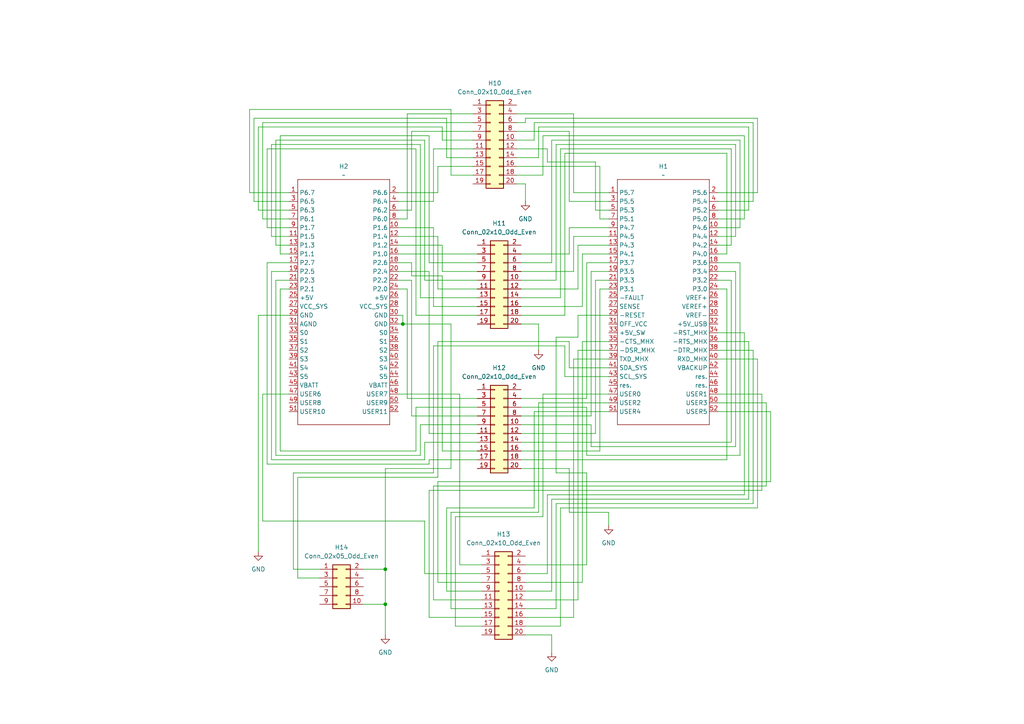
<source format=kicad_sch>
(kicad_sch
	(version 20231120)
	(generator "eeschema")
	(generator_version "8.0")
	(uuid "d46fdf28-d3b3-4cad-b92c-4097e3c2198f")
	(paper "A4")
	(lib_symbols
		(symbol "Connector_Generic:Conn_02x05_Odd_Even"
			(pin_names
				(offset 1.016) hide)
			(exclude_from_sim no)
			(in_bom yes)
			(on_board yes)
			(property "Reference" "J"
				(at 1.27 7.62 0)
				(effects
					(font
						(size 1.27 1.27)
					)
				)
			)
			(property "Value" "Conn_02x05_Odd_Even"
				(at 1.27 -7.62 0)
				(effects
					(font
						(size 1.27 1.27)
					)
				)
			)
			(property "Footprint" ""
				(at 0 0 0)
				(effects
					(font
						(size 1.27 1.27)
					)
					(hide yes)
				)
			)
			(property "Datasheet" "~"
				(at 0 0 0)
				(effects
					(font
						(size 1.27 1.27)
					)
					(hide yes)
				)
			)
			(property "Description" "Generic connector, double row, 02x05, odd/even pin numbering scheme (row 1 odd numbers, row 2 even numbers), script generated (kicad-library-utils/schlib/autogen/connector/)"
				(at 0 0 0)
				(effects
					(font
						(size 1.27 1.27)
					)
					(hide yes)
				)
			)
			(property "ki_keywords" "connector"
				(at 0 0 0)
				(effects
					(font
						(size 1.27 1.27)
					)
					(hide yes)
				)
			)
			(property "ki_fp_filters" "Connector*:*_2x??_*"
				(at 0 0 0)
				(effects
					(font
						(size 1.27 1.27)
					)
					(hide yes)
				)
			)
			(symbol "Conn_02x05_Odd_Even_1_1"
				(rectangle
					(start -1.27 -4.953)
					(end 0 -5.207)
					(stroke
						(width 0.1524)
						(type default)
					)
					(fill
						(type none)
					)
				)
				(rectangle
					(start -1.27 -2.413)
					(end 0 -2.667)
					(stroke
						(width 0.1524)
						(type default)
					)
					(fill
						(type none)
					)
				)
				(rectangle
					(start -1.27 0.127)
					(end 0 -0.127)
					(stroke
						(width 0.1524)
						(type default)
					)
					(fill
						(type none)
					)
				)
				(rectangle
					(start -1.27 2.667)
					(end 0 2.413)
					(stroke
						(width 0.1524)
						(type default)
					)
					(fill
						(type none)
					)
				)
				(rectangle
					(start -1.27 5.207)
					(end 0 4.953)
					(stroke
						(width 0.1524)
						(type default)
					)
					(fill
						(type none)
					)
				)
				(rectangle
					(start -1.27 6.35)
					(end 3.81 -6.35)
					(stroke
						(width 0.254)
						(type default)
					)
					(fill
						(type background)
					)
				)
				(rectangle
					(start 3.81 -4.953)
					(end 2.54 -5.207)
					(stroke
						(width 0.1524)
						(type default)
					)
					(fill
						(type none)
					)
				)
				(rectangle
					(start 3.81 -2.413)
					(end 2.54 -2.667)
					(stroke
						(width 0.1524)
						(type default)
					)
					(fill
						(type none)
					)
				)
				(rectangle
					(start 3.81 0.127)
					(end 2.54 -0.127)
					(stroke
						(width 0.1524)
						(type default)
					)
					(fill
						(type none)
					)
				)
				(rectangle
					(start 3.81 2.667)
					(end 2.54 2.413)
					(stroke
						(width 0.1524)
						(type default)
					)
					(fill
						(type none)
					)
				)
				(rectangle
					(start 3.81 5.207)
					(end 2.54 4.953)
					(stroke
						(width 0.1524)
						(type default)
					)
					(fill
						(type none)
					)
				)
				(pin passive line
					(at -5.08 5.08 0)
					(length 3.81)
					(name "Pin_1"
						(effects
							(font
								(size 1.27 1.27)
							)
						)
					)
					(number "1"
						(effects
							(font
								(size 1.27 1.27)
							)
						)
					)
				)
				(pin passive line
					(at 7.62 -5.08 180)
					(length 3.81)
					(name "Pin_10"
						(effects
							(font
								(size 1.27 1.27)
							)
						)
					)
					(number "10"
						(effects
							(font
								(size 1.27 1.27)
							)
						)
					)
				)
				(pin passive line
					(at 7.62 5.08 180)
					(length 3.81)
					(name "Pin_2"
						(effects
							(font
								(size 1.27 1.27)
							)
						)
					)
					(number "2"
						(effects
							(font
								(size 1.27 1.27)
							)
						)
					)
				)
				(pin passive line
					(at -5.08 2.54 0)
					(length 3.81)
					(name "Pin_3"
						(effects
							(font
								(size 1.27 1.27)
							)
						)
					)
					(number "3"
						(effects
							(font
								(size 1.27 1.27)
							)
						)
					)
				)
				(pin passive line
					(at 7.62 2.54 180)
					(length 3.81)
					(name "Pin_4"
						(effects
							(font
								(size 1.27 1.27)
							)
						)
					)
					(number "4"
						(effects
							(font
								(size 1.27 1.27)
							)
						)
					)
				)
				(pin passive line
					(at -5.08 0 0)
					(length 3.81)
					(name "Pin_5"
						(effects
							(font
								(size 1.27 1.27)
							)
						)
					)
					(number "5"
						(effects
							(font
								(size 1.27 1.27)
							)
						)
					)
				)
				(pin passive line
					(at 7.62 0 180)
					(length 3.81)
					(name "Pin_6"
						(effects
							(font
								(size 1.27 1.27)
							)
						)
					)
					(number "6"
						(effects
							(font
								(size 1.27 1.27)
							)
						)
					)
				)
				(pin passive line
					(at -5.08 -2.54 0)
					(length 3.81)
					(name "Pin_7"
						(effects
							(font
								(size 1.27 1.27)
							)
						)
					)
					(number "7"
						(effects
							(font
								(size 1.27 1.27)
							)
						)
					)
				)
				(pin passive line
					(at 7.62 -2.54 180)
					(length 3.81)
					(name "Pin_8"
						(effects
							(font
								(size 1.27 1.27)
							)
						)
					)
					(number "8"
						(effects
							(font
								(size 1.27 1.27)
							)
						)
					)
				)
				(pin passive line
					(at -5.08 -5.08 0)
					(length 3.81)
					(name "Pin_9"
						(effects
							(font
								(size 1.27 1.27)
							)
						)
					)
					(number "9"
						(effects
							(font
								(size 1.27 1.27)
							)
						)
					)
				)
			)
		)
		(symbol "Connector_Generic:Conn_02x10_Odd_Even"
			(pin_names
				(offset 1.016) hide)
			(exclude_from_sim no)
			(in_bom yes)
			(on_board yes)
			(property "Reference" "J"
				(at 1.27 12.7 0)
				(effects
					(font
						(size 1.27 1.27)
					)
				)
			)
			(property "Value" "Conn_02x10_Odd_Even"
				(at 1.27 -15.24 0)
				(effects
					(font
						(size 1.27 1.27)
					)
				)
			)
			(property "Footprint" ""
				(at 0 0 0)
				(effects
					(font
						(size 1.27 1.27)
					)
					(hide yes)
				)
			)
			(property "Datasheet" "~"
				(at 0 0 0)
				(effects
					(font
						(size 1.27 1.27)
					)
					(hide yes)
				)
			)
			(property "Description" "Generic connector, double row, 02x10, odd/even pin numbering scheme (row 1 odd numbers, row 2 even numbers), script generated (kicad-library-utils/schlib/autogen/connector/)"
				(at 0 0 0)
				(effects
					(font
						(size 1.27 1.27)
					)
					(hide yes)
				)
			)
			(property "ki_keywords" "connector"
				(at 0 0 0)
				(effects
					(font
						(size 1.27 1.27)
					)
					(hide yes)
				)
			)
			(property "ki_fp_filters" "Connector*:*_2x??_*"
				(at 0 0 0)
				(effects
					(font
						(size 1.27 1.27)
					)
					(hide yes)
				)
			)
			(symbol "Conn_02x10_Odd_Even_1_1"
				(rectangle
					(start -1.27 -12.573)
					(end 0 -12.827)
					(stroke
						(width 0.1524)
						(type default)
					)
					(fill
						(type none)
					)
				)
				(rectangle
					(start -1.27 -10.033)
					(end 0 -10.287)
					(stroke
						(width 0.1524)
						(type default)
					)
					(fill
						(type none)
					)
				)
				(rectangle
					(start -1.27 -7.493)
					(end 0 -7.747)
					(stroke
						(width 0.1524)
						(type default)
					)
					(fill
						(type none)
					)
				)
				(rectangle
					(start -1.27 -4.953)
					(end 0 -5.207)
					(stroke
						(width 0.1524)
						(type default)
					)
					(fill
						(type none)
					)
				)
				(rectangle
					(start -1.27 -2.413)
					(end 0 -2.667)
					(stroke
						(width 0.1524)
						(type default)
					)
					(fill
						(type none)
					)
				)
				(rectangle
					(start -1.27 0.127)
					(end 0 -0.127)
					(stroke
						(width 0.1524)
						(type default)
					)
					(fill
						(type none)
					)
				)
				(rectangle
					(start -1.27 2.667)
					(end 0 2.413)
					(stroke
						(width 0.1524)
						(type default)
					)
					(fill
						(type none)
					)
				)
				(rectangle
					(start -1.27 5.207)
					(end 0 4.953)
					(stroke
						(width 0.1524)
						(type default)
					)
					(fill
						(type none)
					)
				)
				(rectangle
					(start -1.27 7.747)
					(end 0 7.493)
					(stroke
						(width 0.1524)
						(type default)
					)
					(fill
						(type none)
					)
				)
				(rectangle
					(start -1.27 10.287)
					(end 0 10.033)
					(stroke
						(width 0.1524)
						(type default)
					)
					(fill
						(type none)
					)
				)
				(rectangle
					(start -1.27 11.43)
					(end 3.81 -13.97)
					(stroke
						(width 0.254)
						(type default)
					)
					(fill
						(type background)
					)
				)
				(rectangle
					(start 3.81 -12.573)
					(end 2.54 -12.827)
					(stroke
						(width 0.1524)
						(type default)
					)
					(fill
						(type none)
					)
				)
				(rectangle
					(start 3.81 -10.033)
					(end 2.54 -10.287)
					(stroke
						(width 0.1524)
						(type default)
					)
					(fill
						(type none)
					)
				)
				(rectangle
					(start 3.81 -7.493)
					(end 2.54 -7.747)
					(stroke
						(width 0.1524)
						(type default)
					)
					(fill
						(type none)
					)
				)
				(rectangle
					(start 3.81 -4.953)
					(end 2.54 -5.207)
					(stroke
						(width 0.1524)
						(type default)
					)
					(fill
						(type none)
					)
				)
				(rectangle
					(start 3.81 -2.413)
					(end 2.54 -2.667)
					(stroke
						(width 0.1524)
						(type default)
					)
					(fill
						(type none)
					)
				)
				(rectangle
					(start 3.81 0.127)
					(end 2.54 -0.127)
					(stroke
						(width 0.1524)
						(type default)
					)
					(fill
						(type none)
					)
				)
				(rectangle
					(start 3.81 2.667)
					(end 2.54 2.413)
					(stroke
						(width 0.1524)
						(type default)
					)
					(fill
						(type none)
					)
				)
				(rectangle
					(start 3.81 5.207)
					(end 2.54 4.953)
					(stroke
						(width 0.1524)
						(type default)
					)
					(fill
						(type none)
					)
				)
				(rectangle
					(start 3.81 7.747)
					(end 2.54 7.493)
					(stroke
						(width 0.1524)
						(type default)
					)
					(fill
						(type none)
					)
				)
				(rectangle
					(start 3.81 10.287)
					(end 2.54 10.033)
					(stroke
						(width 0.1524)
						(type default)
					)
					(fill
						(type none)
					)
				)
				(pin passive line
					(at -5.08 10.16 0)
					(length 3.81)
					(name "Pin_1"
						(effects
							(font
								(size 1.27 1.27)
							)
						)
					)
					(number "1"
						(effects
							(font
								(size 1.27 1.27)
							)
						)
					)
				)
				(pin passive line
					(at 7.62 0 180)
					(length 3.81)
					(name "Pin_10"
						(effects
							(font
								(size 1.27 1.27)
							)
						)
					)
					(number "10"
						(effects
							(font
								(size 1.27 1.27)
							)
						)
					)
				)
				(pin passive line
					(at -5.08 -2.54 0)
					(length 3.81)
					(name "Pin_11"
						(effects
							(font
								(size 1.27 1.27)
							)
						)
					)
					(number "11"
						(effects
							(font
								(size 1.27 1.27)
							)
						)
					)
				)
				(pin passive line
					(at 7.62 -2.54 180)
					(length 3.81)
					(name "Pin_12"
						(effects
							(font
								(size 1.27 1.27)
							)
						)
					)
					(number "12"
						(effects
							(font
								(size 1.27 1.27)
							)
						)
					)
				)
				(pin passive line
					(at -5.08 -5.08 0)
					(length 3.81)
					(name "Pin_13"
						(effects
							(font
								(size 1.27 1.27)
							)
						)
					)
					(number "13"
						(effects
							(font
								(size 1.27 1.27)
							)
						)
					)
				)
				(pin passive line
					(at 7.62 -5.08 180)
					(length 3.81)
					(name "Pin_14"
						(effects
							(font
								(size 1.27 1.27)
							)
						)
					)
					(number "14"
						(effects
							(font
								(size 1.27 1.27)
							)
						)
					)
				)
				(pin passive line
					(at -5.08 -7.62 0)
					(length 3.81)
					(name "Pin_15"
						(effects
							(font
								(size 1.27 1.27)
							)
						)
					)
					(number "15"
						(effects
							(font
								(size 1.27 1.27)
							)
						)
					)
				)
				(pin passive line
					(at 7.62 -7.62 180)
					(length 3.81)
					(name "Pin_16"
						(effects
							(font
								(size 1.27 1.27)
							)
						)
					)
					(number "16"
						(effects
							(font
								(size 1.27 1.27)
							)
						)
					)
				)
				(pin passive line
					(at -5.08 -10.16 0)
					(length 3.81)
					(name "Pin_17"
						(effects
							(font
								(size 1.27 1.27)
							)
						)
					)
					(number "17"
						(effects
							(font
								(size 1.27 1.27)
							)
						)
					)
				)
				(pin passive line
					(at 7.62 -10.16 180)
					(length 3.81)
					(name "Pin_18"
						(effects
							(font
								(size 1.27 1.27)
							)
						)
					)
					(number "18"
						(effects
							(font
								(size 1.27 1.27)
							)
						)
					)
				)
				(pin passive line
					(at -5.08 -12.7 0)
					(length 3.81)
					(name "Pin_19"
						(effects
							(font
								(size 1.27 1.27)
							)
						)
					)
					(number "19"
						(effects
							(font
								(size 1.27 1.27)
							)
						)
					)
				)
				(pin passive line
					(at 7.62 10.16 180)
					(length 3.81)
					(name "Pin_2"
						(effects
							(font
								(size 1.27 1.27)
							)
						)
					)
					(number "2"
						(effects
							(font
								(size 1.27 1.27)
							)
						)
					)
				)
				(pin passive line
					(at 7.62 -12.7 180)
					(length 3.81)
					(name "Pin_20"
						(effects
							(font
								(size 1.27 1.27)
							)
						)
					)
					(number "20"
						(effects
							(font
								(size 1.27 1.27)
							)
						)
					)
				)
				(pin passive line
					(at -5.08 7.62 0)
					(length 3.81)
					(name "Pin_3"
						(effects
							(font
								(size 1.27 1.27)
							)
						)
					)
					(number "3"
						(effects
							(font
								(size 1.27 1.27)
							)
						)
					)
				)
				(pin passive line
					(at 7.62 7.62 180)
					(length 3.81)
					(name "Pin_4"
						(effects
							(font
								(size 1.27 1.27)
							)
						)
					)
					(number "4"
						(effects
							(font
								(size 1.27 1.27)
							)
						)
					)
				)
				(pin passive line
					(at -5.08 5.08 0)
					(length 3.81)
					(name "Pin_5"
						(effects
							(font
								(size 1.27 1.27)
							)
						)
					)
					(number "5"
						(effects
							(font
								(size 1.27 1.27)
							)
						)
					)
				)
				(pin passive line
					(at 7.62 5.08 180)
					(length 3.81)
					(name "Pin_6"
						(effects
							(font
								(size 1.27 1.27)
							)
						)
					)
					(number "6"
						(effects
							(font
								(size 1.27 1.27)
							)
						)
					)
				)
				(pin passive line
					(at -5.08 2.54 0)
					(length 3.81)
					(name "Pin_7"
						(effects
							(font
								(size 1.27 1.27)
							)
						)
					)
					(number "7"
						(effects
							(font
								(size 1.27 1.27)
							)
						)
					)
				)
				(pin passive line
					(at 7.62 2.54 180)
					(length 3.81)
					(name "Pin_8"
						(effects
							(font
								(size 1.27 1.27)
							)
						)
					)
					(number "8"
						(effects
							(font
								(size 1.27 1.27)
							)
						)
					)
				)
				(pin passive line
					(at -5.08 0 0)
					(length 3.81)
					(name "Pin_9"
						(effects
							(font
								(size 1.27 1.27)
							)
						)
					)
					(number "9"
						(effects
							(font
								(size 1.27 1.27)
							)
						)
					)
				)
			)
		)
		(symbol "NewSymbols:H1H-2X26-F"
			(exclude_from_sim no)
			(in_bom yes)
			(on_board yes)
			(property "Reference" "5V26"
				(at -10.414 27.178 0)
				(effects
					(font
						(size 1.27 1.27)
					)
				)
			)
			(property "Value" ""
				(at 2.54 6.35 0)
				(effects
					(font
						(size 1.27 1.27)
					)
				)
			)
			(property "Footprint" ""
				(at 2.54 6.35 0)
				(effects
					(font
						(size 1.27 1.27)
					)
					(hide yes)
				)
			)
			(property "Datasheet" ""
				(at 2.54 6.35 0)
				(effects
					(font
						(size 1.27 1.27)
					)
					(hide yes)
				)
			)
			(property "Description" ""
				(at 2.54 6.35 0)
				(effects
					(font
						(size 1.27 1.27)
					)
					(hide yes)
				)
			)
			(symbol "H1H-2X26-F_0_1"
				(polyline
					(pts
						(xy 12.7 25.4) (xy -13.97 25.4)
					)
					(stroke
						(width 0)
						(type default)
					)
					(fill
						(type none)
					)
				)
				(polyline
					(pts
						(xy -13.97 25.4) (xy -13.97 -45.72) (xy 12.7 -45.72) (xy 12.7 25.4)
					)
					(stroke
						(width 0)
						(type default)
					)
					(fill
						(type none)
					)
				)
			)
			(symbol "H1H-2X26-F_1_1"
				(pin input line
					(at -16.51 21.59 0)
					(length 2.54)
					(name "P5.7"
						(effects
							(font
								(size 1.27 1.27)
							)
						)
					)
					(number "1"
						(effects
							(font
								(size 1.27 1.27)
							)
						)
					)
				)
				(pin input line
					(at 15.24 11.43 180)
					(length 2.54)
					(name "P4.6"
						(effects
							(font
								(size 1.27 1.27)
							)
						)
					)
					(number "10"
						(effects
							(font
								(size 1.27 1.27)
							)
						)
					)
				)
				(pin input line
					(at -16.51 8.89 0)
					(length 2.54)
					(name "P4.5"
						(effects
							(font
								(size 1.27 1.27)
							)
						)
					)
					(number "11"
						(effects
							(font
								(size 1.27 1.27)
							)
						)
					)
				)
				(pin input line
					(at 15.24 8.89 180)
					(length 2.54)
					(name "P4.4"
						(effects
							(font
								(size 1.27 1.27)
							)
						)
					)
					(number "12"
						(effects
							(font
								(size 1.27 1.27)
							)
						)
					)
				)
				(pin input line
					(at -16.51 6.35 0)
					(length 2.54)
					(name "P4.3"
						(effects
							(font
								(size 1.27 1.27)
							)
						)
					)
					(number "13"
						(effects
							(font
								(size 1.27 1.27)
							)
						)
					)
				)
				(pin input line
					(at 15.24 6.35 180)
					(length 2.54)
					(name "P4.2"
						(effects
							(font
								(size 1.27 1.27)
							)
						)
					)
					(number "14"
						(effects
							(font
								(size 1.27 1.27)
							)
						)
					)
				)
				(pin input line
					(at -16.51 3.81 0)
					(length 2.54)
					(name "P4.1"
						(effects
							(font
								(size 1.27 1.27)
							)
						)
					)
					(number "15"
						(effects
							(font
								(size 1.27 1.27)
							)
						)
					)
				)
				(pin input line
					(at 15.24 3.81 180)
					(length 2.54)
					(name "P4.0"
						(effects
							(font
								(size 1.27 1.27)
							)
						)
					)
					(number "16"
						(effects
							(font
								(size 1.27 1.27)
							)
						)
					)
				)
				(pin input line
					(at -16.51 1.27 0)
					(length 2.54)
					(name "P3.7"
						(effects
							(font
								(size 1.27 1.27)
							)
						)
					)
					(number "17"
						(effects
							(font
								(size 1.27 1.27)
							)
						)
					)
				)
				(pin input line
					(at 15.24 1.27 180)
					(length 2.54)
					(name "P3.6"
						(effects
							(font
								(size 1.27 1.27)
							)
						)
					)
					(number "18"
						(effects
							(font
								(size 1.27 1.27)
							)
						)
					)
				)
				(pin input line
					(at -16.51 -1.27 0)
					(length 2.54)
					(name "P3.5"
						(effects
							(font
								(size 1.27 1.27)
							)
						)
					)
					(number "19"
						(effects
							(font
								(size 1.27 1.27)
							)
						)
					)
				)
				(pin input line
					(at 15.24 21.59 180)
					(length 2.54)
					(name "P5.6"
						(effects
							(font
								(size 1.27 1.27)
							)
						)
					)
					(number "2"
						(effects
							(font
								(size 1.27 1.27)
							)
						)
					)
				)
				(pin input line
					(at 15.24 -1.27 180)
					(length 2.54)
					(name "P3.4"
						(effects
							(font
								(size 1.27 1.27)
							)
						)
					)
					(number "20"
						(effects
							(font
								(size 1.27 1.27)
							)
						)
					)
				)
				(pin input line
					(at -16.51 -3.81 0)
					(length 2.54)
					(name "P3.3"
						(effects
							(font
								(size 1.27 1.27)
							)
						)
					)
					(number "21"
						(effects
							(font
								(size 1.27 1.27)
							)
						)
					)
				)
				(pin input line
					(at 15.24 -3.81 180)
					(length 2.54)
					(name "P3.2"
						(effects
							(font
								(size 1.27 1.27)
							)
						)
					)
					(number "22"
						(effects
							(font
								(size 1.27 1.27)
							)
						)
					)
				)
				(pin input line
					(at -16.51 -6.35 0)
					(length 2.54)
					(name "P3.1"
						(effects
							(font
								(size 1.27 1.27)
							)
						)
					)
					(number "23"
						(effects
							(font
								(size 1.27 1.27)
							)
						)
					)
				)
				(pin input line
					(at 15.24 -6.35 180)
					(length 2.54)
					(name "P3.0"
						(effects
							(font
								(size 1.27 1.27)
							)
						)
					)
					(number "24"
						(effects
							(font
								(size 1.27 1.27)
							)
						)
					)
				)
				(pin passive line
					(at -16.51 -8.89 0)
					(length 2.54)
					(name "-FAULT"
						(effects
							(font
								(size 1.27 1.27)
							)
						)
					)
					(number "25"
						(effects
							(font
								(size 1.27 1.27)
							)
						)
					)
				)
				(pin passive line
					(at 15.24 -8.89 180)
					(length 2.54)
					(name "VREF+"
						(effects
							(font
								(size 1.27 1.27)
							)
						)
					)
					(number "26"
						(effects
							(font
								(size 1.27 1.27)
							)
						)
					)
				)
				(pin passive line
					(at -16.51 -11.43 0)
					(length 2.54)
					(name "SENSE"
						(effects
							(font
								(size 1.27 1.27)
							)
						)
					)
					(number "27"
						(effects
							(font
								(size 1.27 1.27)
							)
						)
					)
				)
				(pin passive line
					(at 15.24 -11.43 180)
					(length 2.54)
					(name "VEREF+"
						(effects
							(font
								(size 1.27 1.27)
							)
						)
					)
					(number "28"
						(effects
							(font
								(size 1.27 1.27)
							)
						)
					)
				)
				(pin input line
					(at -16.51 -13.97 0)
					(length 2.54)
					(name "-RESET"
						(effects
							(font
								(size 1.27 1.27)
							)
						)
					)
					(number "29"
						(effects
							(font
								(size 1.27 1.27)
							)
						)
					)
				)
				(pin input line
					(at -16.51 19.05 0)
					(length 2.54)
					(name "P5.5"
						(effects
							(font
								(size 1.27 1.27)
							)
						)
					)
					(number "3"
						(effects
							(font
								(size 1.27 1.27)
							)
						)
					)
				)
				(pin passive line
					(at 15.24 -13.97 180)
					(length 2.54)
					(name "VREF-"
						(effects
							(font
								(size 1.27 1.27)
							)
						)
					)
					(number "30"
						(effects
							(font
								(size 1.27 1.27)
							)
						)
					)
				)
				(pin passive line
					(at -16.51 -16.51 0)
					(length 2.54)
					(name "OFF_VCC"
						(effects
							(font
								(size 1.27 1.27)
							)
						)
					)
					(number "31"
						(effects
							(font
								(size 1.27 1.27)
							)
						)
					)
				)
				(pin passive line
					(at 15.24 -16.51 180)
					(length 2.54)
					(name "+5V_USB"
						(effects
							(font
								(size 1.27 1.27)
							)
						)
					)
					(number "32"
						(effects
							(font
								(size 1.27 1.27)
							)
						)
					)
				)
				(pin passive line
					(at -16.51 -19.05 0)
					(length 2.54)
					(name "+5V_SW"
						(effects
							(font
								(size 1.27 1.27)
							)
						)
					)
					(number "33"
						(effects
							(font
								(size 1.27 1.27)
							)
						)
					)
				)
				(pin input line
					(at 15.24 -19.05 180)
					(length 2.54)
					(name "-RST_MHX"
						(effects
							(font
								(size 1.27 1.27)
							)
						)
					)
					(number "34"
						(effects
							(font
								(size 1.27 1.27)
							)
						)
					)
				)
				(pin input line
					(at -16.51 -21.59 0)
					(length 2.54)
					(name "-CTS_MHX"
						(effects
							(font
								(size 1.27 1.27)
							)
						)
					)
					(number "35"
						(effects
							(font
								(size 1.27 1.27)
							)
						)
					)
				)
				(pin input line
					(at 15.24 -21.59 180)
					(length 2.54)
					(name "-RTS_MHX"
						(effects
							(font
								(size 1.27 1.27)
							)
						)
					)
					(number "36"
						(effects
							(font
								(size 1.27 1.27)
							)
						)
					)
				)
				(pin input line
					(at -16.51 -24.13 0)
					(length 2.54)
					(name "-DSR_MHX"
						(effects
							(font
								(size 1.27 1.27)
							)
						)
					)
					(number "37"
						(effects
							(font
								(size 1.27 1.27)
							)
						)
					)
				)
				(pin input line
					(at 15.24 -24.13 180)
					(length 2.54)
					(name "-DTR_MHX"
						(effects
							(font
								(size 1.27 1.27)
							)
						)
					)
					(number "38"
						(effects
							(font
								(size 1.27 1.27)
							)
						)
					)
				)
				(pin input line
					(at -16.51 -26.67 0)
					(length 2.54)
					(name "TXD_MHX"
						(effects
							(font
								(size 1.27 1.27)
							)
						)
					)
					(number "39"
						(effects
							(font
								(size 1.27 1.27)
							)
						)
					)
				)
				(pin input line
					(at 15.24 19.05 180)
					(length 2.54)
					(name "P5.4"
						(effects
							(font
								(size 1.27 1.27)
							)
						)
					)
					(number "4"
						(effects
							(font
								(size 1.27 1.27)
							)
						)
					)
				)
				(pin input line
					(at 15.24 -26.67 180)
					(length 2.54)
					(name "RXD_MHX"
						(effects
							(font
								(size 1.27 1.27)
							)
						)
					)
					(number "40"
						(effects
							(font
								(size 1.27 1.27)
							)
						)
					)
				)
				(pin input line
					(at -16.51 -29.21 0)
					(length 2.54)
					(name "SDA_SYS"
						(effects
							(font
								(size 1.27 1.27)
							)
						)
					)
					(number "41"
						(effects
							(font
								(size 1.27 1.27)
							)
						)
					)
				)
				(pin passive line
					(at 15.24 -29.21 180)
					(length 2.54)
					(name "VBACKUP"
						(effects
							(font
								(size 1.27 1.27)
							)
						)
					)
					(number "42"
						(effects
							(font
								(size 1.27 1.27)
							)
						)
					)
				)
				(pin input line
					(at -16.51 -31.75 0)
					(length 2.54)
					(name "SCL_SYS"
						(effects
							(font
								(size 1.27 1.27)
							)
						)
					)
					(number "43"
						(effects
							(font
								(size 1.27 1.27)
							)
						)
					)
				)
				(pin free line
					(at 15.24 -31.75 180)
					(length 2.54)
					(name "res."
						(effects
							(font
								(size 1.27 1.27)
							)
						)
					)
					(number "44"
						(effects
							(font
								(size 1.27 1.27)
							)
						)
					)
				)
				(pin free line
					(at -16.51 -34.29 0)
					(length 2.54)
					(name "res."
						(effects
							(font
								(size 1.27 1.27)
							)
						)
					)
					(number "45"
						(effects
							(font
								(size 1.27 1.27)
							)
						)
					)
				)
				(pin free line
					(at 15.24 -34.29 180)
					(length 2.54)
					(name "res."
						(effects
							(font
								(size 1.27 1.27)
							)
						)
					)
					(number "46"
						(effects
							(font
								(size 1.27 1.27)
							)
						)
					)
				)
				(pin input line
					(at -16.51 -36.83 0)
					(length 2.54)
					(name "USER0"
						(effects
							(font
								(size 1.27 1.27)
							)
						)
					)
					(number "47"
						(effects
							(font
								(size 1.27 1.27)
							)
						)
					)
				)
				(pin input line
					(at 15.24 -36.83 180)
					(length 2.54)
					(name "USER1"
						(effects
							(font
								(size 1.27 1.27)
							)
						)
					)
					(number "48"
						(effects
							(font
								(size 1.27 1.27)
							)
						)
					)
				)
				(pin input line
					(at -16.51 -39.37 0)
					(length 2.54)
					(name "USER2"
						(effects
							(font
								(size 1.27 1.27)
							)
						)
					)
					(number "49"
						(effects
							(font
								(size 1.27 1.27)
							)
						)
					)
				)
				(pin input line
					(at -16.51 16.51 0)
					(length 2.54)
					(name "P5.3"
						(effects
							(font
								(size 1.27 1.27)
							)
						)
					)
					(number "5"
						(effects
							(font
								(size 1.27 1.27)
							)
						)
					)
				)
				(pin input line
					(at 15.24 -39.37 180)
					(length 2.54)
					(name "USER3"
						(effects
							(font
								(size 1.27 1.27)
							)
						)
					)
					(number "50"
						(effects
							(font
								(size 1.27 1.27)
							)
						)
					)
				)
				(pin input line
					(at -16.51 -41.91 0)
					(length 2.54)
					(name "USER4"
						(effects
							(font
								(size 1.27 1.27)
							)
						)
					)
					(number "51"
						(effects
							(font
								(size 1.27 1.27)
							)
						)
					)
				)
				(pin input line
					(at 15.24 -41.91 180)
					(length 2.54)
					(name "USER5"
						(effects
							(font
								(size 1.27 1.27)
							)
						)
					)
					(number "52"
						(effects
							(font
								(size 1.27 1.27)
							)
						)
					)
				)
				(pin input line
					(at 15.24 16.51 180)
					(length 2.54)
					(name "P5.2"
						(effects
							(font
								(size 1.27 1.27)
							)
						)
					)
					(number "6"
						(effects
							(font
								(size 1.27 1.27)
							)
						)
					)
				)
				(pin input line
					(at -16.51 13.97 0)
					(length 2.54)
					(name "P5.1"
						(effects
							(font
								(size 1.27 1.27)
							)
						)
					)
					(number "7"
						(effects
							(font
								(size 1.27 1.27)
							)
						)
					)
				)
				(pin input line
					(at 15.24 13.97 180)
					(length 2.54)
					(name "P5.0"
						(effects
							(font
								(size 1.27 1.27)
							)
						)
					)
					(number "8"
						(effects
							(font
								(size 1.27 1.27)
							)
						)
					)
				)
				(pin input line
					(at -16.51 11.43 0)
					(length 2.54)
					(name "P4.7"
						(effects
							(font
								(size 1.27 1.27)
							)
						)
					)
					(number "9"
						(effects
							(font
								(size 1.27 1.27)
							)
						)
					)
				)
			)
		)
		(symbol "NewSymbols:H2H-2X26-F"
			(exclude_from_sim no)
			(in_bom yes)
			(on_board yes)
			(property "Reference" "5V26"
				(at -10.16 17.018 0)
				(effects
					(font
						(size 1.27 1.27)
					)
				)
			)
			(property "Value" ""
				(at 0 0 0)
				(effects
					(font
						(size 1.27 1.27)
					)
				)
			)
			(property "Footprint" ""
				(at 0 0 0)
				(effects
					(font
						(size 1.27 1.27)
					)
					(hide yes)
				)
			)
			(property "Datasheet" ""
				(at 0 0 0)
				(effects
					(font
						(size 1.27 1.27)
					)
					(hide yes)
				)
			)
			(property "Description" ""
				(at 0 0 0)
				(effects
					(font
						(size 1.27 1.27)
					)
					(hide yes)
				)
			)
			(symbol "H2H-2X26-F_0_1"
				(polyline
					(pts
						(xy 13.97 15.24) (xy -12.7 15.24)
					)
					(stroke
						(width 0)
						(type default)
					)
					(fill
						(type none)
					)
				)
				(polyline
					(pts
						(xy -12.7 15.24) (xy -12.7 -55.88) (xy 13.97 -55.88) (xy 13.97 15.24)
					)
					(stroke
						(width 0)
						(type default)
					)
					(fill
						(type none)
					)
				)
			)
			(symbol "H2H-2X26-F_1_1"
				(pin input line
					(at -15.24 11.43 0)
					(length 2.54)
					(name "P6.7"
						(effects
							(font
								(size 1.27 1.27)
							)
						)
					)
					(number "1"
						(effects
							(font
								(size 1.27 1.27)
							)
						)
					)
				)
				(pin input line
					(at 16.51 1.27 180)
					(length 2.54)
					(name "P1.6"
						(effects
							(font
								(size 1.27 1.27)
							)
						)
					)
					(number "10"
						(effects
							(font
								(size 1.27 1.27)
							)
						)
					)
				)
				(pin input line
					(at -15.24 -1.27 0)
					(length 2.54)
					(name "P1.5"
						(effects
							(font
								(size 1.27 1.27)
							)
						)
					)
					(number "11"
						(effects
							(font
								(size 1.27 1.27)
							)
						)
					)
				)
				(pin input line
					(at 16.51 -1.27 180)
					(length 2.54)
					(name "P1.4"
						(effects
							(font
								(size 1.27 1.27)
							)
						)
					)
					(number "12"
						(effects
							(font
								(size 1.27 1.27)
							)
						)
					)
				)
				(pin input line
					(at -15.24 -3.81 0)
					(length 2.54)
					(name "P1.3"
						(effects
							(font
								(size 1.27 1.27)
							)
						)
					)
					(number "13"
						(effects
							(font
								(size 1.27 1.27)
							)
						)
					)
				)
				(pin input line
					(at 16.51 -3.81 180)
					(length 2.54)
					(name "P1.2"
						(effects
							(font
								(size 1.27 1.27)
							)
						)
					)
					(number "14"
						(effects
							(font
								(size 1.27 1.27)
							)
						)
					)
				)
				(pin input line
					(at -15.24 -6.35 0)
					(length 2.54)
					(name "P1.1"
						(effects
							(font
								(size 1.27 1.27)
							)
						)
					)
					(number "15"
						(effects
							(font
								(size 1.27 1.27)
							)
						)
					)
				)
				(pin input line
					(at 16.51 -6.35 180)
					(length 2.54)
					(name "P1.0"
						(effects
							(font
								(size 1.27 1.27)
							)
						)
					)
					(number "16"
						(effects
							(font
								(size 1.27 1.27)
							)
						)
					)
				)
				(pin input line
					(at -15.24 -8.89 0)
					(length 2.54)
					(name "P2.7"
						(effects
							(font
								(size 1.27 1.27)
							)
						)
					)
					(number "17"
						(effects
							(font
								(size 1.27 1.27)
							)
						)
					)
				)
				(pin input line
					(at 16.51 -8.89 180)
					(length 2.54)
					(name "P2.6"
						(effects
							(font
								(size 1.27 1.27)
							)
						)
					)
					(number "18"
						(effects
							(font
								(size 1.27 1.27)
							)
						)
					)
				)
				(pin input line
					(at -15.24 -11.43 0)
					(length 2.54)
					(name "P2.5"
						(effects
							(font
								(size 1.27 1.27)
							)
						)
					)
					(number "19"
						(effects
							(font
								(size 1.27 1.27)
							)
						)
					)
				)
				(pin input line
					(at 16.51 11.43 180)
					(length 2.54)
					(name "P6.6"
						(effects
							(font
								(size 1.27 1.27)
							)
						)
					)
					(number "2"
						(effects
							(font
								(size 1.27 1.27)
							)
						)
					)
				)
				(pin input line
					(at 16.51 -11.43 180)
					(length 2.54)
					(name "P2.4"
						(effects
							(font
								(size 1.27 1.27)
							)
						)
					)
					(number "20"
						(effects
							(font
								(size 1.27 1.27)
							)
						)
					)
				)
				(pin input line
					(at -15.24 -13.97 0)
					(length 2.54)
					(name "P2.3"
						(effects
							(font
								(size 1.27 1.27)
							)
						)
					)
					(number "21"
						(effects
							(font
								(size 1.27 1.27)
							)
						)
					)
				)
				(pin input line
					(at 16.51 -13.97 180)
					(length 2.54)
					(name "P2.2"
						(effects
							(font
								(size 1.27 1.27)
							)
						)
					)
					(number "22"
						(effects
							(font
								(size 1.27 1.27)
							)
						)
					)
				)
				(pin input line
					(at -15.24 -16.51 0)
					(length 2.54)
					(name "P2.1"
						(effects
							(font
								(size 1.27 1.27)
							)
						)
					)
					(number "23"
						(effects
							(font
								(size 1.27 1.27)
							)
						)
					)
				)
				(pin input line
					(at 16.51 -16.51 180)
					(length 2.54)
					(name "P2.0"
						(effects
							(font
								(size 1.27 1.27)
							)
						)
					)
					(number "24"
						(effects
							(font
								(size 1.27 1.27)
							)
						)
					)
				)
				(pin passive line
					(at -15.24 -19.05 0)
					(length 2.54)
					(name "+5V"
						(effects
							(font
								(size 1.27 1.27)
							)
						)
					)
					(number "25"
						(effects
							(font
								(size 1.27 1.27)
							)
						)
					)
				)
				(pin passive line
					(at 16.51 -19.05 180)
					(length 2.54)
					(name "+5V"
						(effects
							(font
								(size 1.27 1.27)
							)
						)
					)
					(number "26"
						(effects
							(font
								(size 1.27 1.27)
							)
						)
					)
				)
				(pin passive line
					(at -15.24 -21.59 0)
					(length 2.54)
					(name "VCC_SYS"
						(effects
							(font
								(size 1.27 1.27)
							)
						)
					)
					(number "27"
						(effects
							(font
								(size 1.27 1.27)
							)
						)
					)
				)
				(pin passive line
					(at 16.51 -21.59 180)
					(length 2.54)
					(name "VCC_SYS"
						(effects
							(font
								(size 1.27 1.27)
							)
						)
					)
					(number "28"
						(effects
							(font
								(size 1.27 1.27)
							)
						)
					)
				)
				(pin input line
					(at -15.24 -24.13 0)
					(length 2.54)
					(name "GND"
						(effects
							(font
								(size 1.27 1.27)
							)
						)
					)
					(number "29"
						(effects
							(font
								(size 1.27 1.27)
							)
						)
					)
				)
				(pin input line
					(at -15.24 8.89 0)
					(length 2.54)
					(name "P6.5"
						(effects
							(font
								(size 1.27 1.27)
							)
						)
					)
					(number "3"
						(effects
							(font
								(size 1.27 1.27)
							)
						)
					)
				)
				(pin input line
					(at 16.51 -24.13 180)
					(length 2.54)
					(name "GND"
						(effects
							(font
								(size 1.27 1.27)
							)
						)
					)
					(number "30"
						(effects
							(font
								(size 1.27 1.27)
							)
						)
					)
				)
				(pin passive line
					(at -15.24 -26.67 0)
					(length 2.54)
					(name "AGND"
						(effects
							(font
								(size 1.27 1.27)
							)
						)
					)
					(number "31"
						(effects
							(font
								(size 1.27 1.27)
							)
						)
					)
				)
				(pin input line
					(at 16.51 -26.67 180)
					(length 2.54)
					(name "GND"
						(effects
							(font
								(size 1.27 1.27)
							)
						)
					)
					(number "32"
						(effects
							(font
								(size 1.27 1.27)
							)
						)
					)
				)
				(pin passive line
					(at -15.24 -29.21 0)
					(length 2.54)
					(name "S0"
						(effects
							(font
								(size 1.27 1.27)
							)
						)
					)
					(number "33"
						(effects
							(font
								(size 1.27 1.27)
							)
						)
					)
				)
				(pin passive line
					(at 16.51 -29.21 180)
					(length 2.54)
					(name "S0"
						(effects
							(font
								(size 1.27 1.27)
							)
						)
					)
					(number "34"
						(effects
							(font
								(size 1.27 1.27)
							)
						)
					)
				)
				(pin passive line
					(at -15.24 -31.75 0)
					(length 2.54)
					(name "S1"
						(effects
							(font
								(size 1.27 1.27)
							)
						)
					)
					(number "35"
						(effects
							(font
								(size 1.27 1.27)
							)
						)
					)
				)
				(pin passive line
					(at 16.51 -31.75 180)
					(length 2.54)
					(name "S1"
						(effects
							(font
								(size 1.27 1.27)
							)
						)
					)
					(number "36"
						(effects
							(font
								(size 1.27 1.27)
							)
						)
					)
				)
				(pin passive line
					(at -15.24 -34.29 0)
					(length 2.54)
					(name "S2"
						(effects
							(font
								(size 1.27 1.27)
							)
						)
					)
					(number "37"
						(effects
							(font
								(size 1.27 1.27)
							)
						)
					)
				)
				(pin passive line
					(at 16.51 -34.29 180)
					(length 2.54)
					(name "S2"
						(effects
							(font
								(size 1.27 1.27)
							)
						)
					)
					(number "38"
						(effects
							(font
								(size 1.27 1.27)
							)
						)
					)
				)
				(pin passive line
					(at -15.24 -36.83 0)
					(length 2.54)
					(name "S3"
						(effects
							(font
								(size 1.27 1.27)
							)
						)
					)
					(number "39"
						(effects
							(font
								(size 1.27 1.27)
							)
						)
					)
				)
				(pin input line
					(at 16.51 8.89 180)
					(length 2.54)
					(name "P6.4"
						(effects
							(font
								(size 1.27 1.27)
							)
						)
					)
					(number "4"
						(effects
							(font
								(size 1.27 1.27)
							)
						)
					)
				)
				(pin passive line
					(at 16.51 -36.83 180)
					(length 2.54)
					(name "S3"
						(effects
							(font
								(size 1.27 1.27)
							)
						)
					)
					(number "40"
						(effects
							(font
								(size 1.27 1.27)
							)
						)
					)
				)
				(pin passive line
					(at -15.24 -39.37 0)
					(length 2.54)
					(name "S4"
						(effects
							(font
								(size 1.27 1.27)
							)
						)
					)
					(number "41"
						(effects
							(font
								(size 1.27 1.27)
							)
						)
					)
				)
				(pin passive line
					(at 16.51 -39.37 180)
					(length 2.54)
					(name "S4"
						(effects
							(font
								(size 1.27 1.27)
							)
						)
					)
					(number "42"
						(effects
							(font
								(size 1.27 1.27)
							)
						)
					)
				)
				(pin passive line
					(at -15.24 -41.91 0)
					(length 2.54)
					(name "S5"
						(effects
							(font
								(size 1.27 1.27)
							)
						)
					)
					(number "43"
						(effects
							(font
								(size 1.27 1.27)
							)
						)
					)
				)
				(pin passive line
					(at 16.51 -41.91 180)
					(length 2.54)
					(name "S5"
						(effects
							(font
								(size 1.27 1.27)
							)
						)
					)
					(number "44"
						(effects
							(font
								(size 1.27 1.27)
							)
						)
					)
				)
				(pin passive line
					(at -15.24 -44.45 0)
					(length 2.54)
					(name "VBATT"
						(effects
							(font
								(size 1.27 1.27)
							)
						)
					)
					(number "45"
						(effects
							(font
								(size 1.27 1.27)
							)
						)
					)
				)
				(pin passive line
					(at 16.51 -44.45 180)
					(length 2.54)
					(name "VBATT"
						(effects
							(font
								(size 1.27 1.27)
							)
						)
					)
					(number "46"
						(effects
							(font
								(size 1.27 1.27)
							)
						)
					)
				)
				(pin input line
					(at -15.24 -46.99 0)
					(length 2.54)
					(name "USER6"
						(effects
							(font
								(size 1.27 1.27)
							)
						)
					)
					(number "47"
						(effects
							(font
								(size 1.27 1.27)
							)
						)
					)
				)
				(pin input line
					(at 16.51 -46.99 180)
					(length 2.54)
					(name "USER7"
						(effects
							(font
								(size 1.27 1.27)
							)
						)
					)
					(number "48"
						(effects
							(font
								(size 1.27 1.27)
							)
						)
					)
				)
				(pin input line
					(at -15.24 -49.53 0)
					(length 2.54)
					(name "USER8"
						(effects
							(font
								(size 1.27 1.27)
							)
						)
					)
					(number "49"
						(effects
							(font
								(size 1.27 1.27)
							)
						)
					)
				)
				(pin input line
					(at -15.24 6.35 0)
					(length 2.54)
					(name "P6.3"
						(effects
							(font
								(size 1.27 1.27)
							)
						)
					)
					(number "5"
						(effects
							(font
								(size 1.27 1.27)
							)
						)
					)
				)
				(pin input line
					(at 16.51 -49.53 180)
					(length 2.54)
					(name "USER9"
						(effects
							(font
								(size 1.27 1.27)
							)
						)
					)
					(number "50"
						(effects
							(font
								(size 1.27 1.27)
							)
						)
					)
				)
				(pin input line
					(at -15.24 -52.07 0)
					(length 2.54)
					(name "USER10"
						(effects
							(font
								(size 1.27 1.27)
							)
						)
					)
					(number "51"
						(effects
							(font
								(size 1.27 1.27)
							)
						)
					)
				)
				(pin input line
					(at 16.51 -52.07 180)
					(length 2.54)
					(name "USER11"
						(effects
							(font
								(size 1.27 1.27)
							)
						)
					)
					(number "52"
						(effects
							(font
								(size 1.27 1.27)
							)
						)
					)
				)
				(pin input line
					(at 16.51 6.35 180)
					(length 2.54)
					(name "P6.2"
						(effects
							(font
								(size 1.27 1.27)
							)
						)
					)
					(number "6"
						(effects
							(font
								(size 1.27 1.27)
							)
						)
					)
				)
				(pin input line
					(at -15.24 3.81 0)
					(length 2.54)
					(name "P6.1"
						(effects
							(font
								(size 1.27 1.27)
							)
						)
					)
					(number "7"
						(effects
							(font
								(size 1.27 1.27)
							)
						)
					)
				)
				(pin input line
					(at 16.51 3.81 180)
					(length 2.54)
					(name "P6.0"
						(effects
							(font
								(size 1.27 1.27)
							)
						)
					)
					(number "8"
						(effects
							(font
								(size 1.27 1.27)
							)
						)
					)
				)
				(pin input line
					(at -15.24 1.27 0)
					(length 2.54)
					(name "P1.7"
						(effects
							(font
								(size 1.27 1.27)
							)
						)
					)
					(number "9"
						(effects
							(font
								(size 1.27 1.27)
							)
						)
					)
				)
			)
		)
		(symbol "power:GND"
			(power)
			(pin_numbers hide)
			(pin_names
				(offset 0) hide)
			(exclude_from_sim no)
			(in_bom yes)
			(on_board yes)
			(property "Reference" "#PWR"
				(at 0 -6.35 0)
				(effects
					(font
						(size 1.27 1.27)
					)
					(hide yes)
				)
			)
			(property "Value" "GND"
				(at 0 -3.81 0)
				(effects
					(font
						(size 1.27 1.27)
					)
				)
			)
			(property "Footprint" ""
				(at 0 0 0)
				(effects
					(font
						(size 1.27 1.27)
					)
					(hide yes)
				)
			)
			(property "Datasheet" ""
				(at 0 0 0)
				(effects
					(font
						(size 1.27 1.27)
					)
					(hide yes)
				)
			)
			(property "Description" "Power symbol creates a global label with name \"GND\" , ground"
				(at 0 0 0)
				(effects
					(font
						(size 1.27 1.27)
					)
					(hide yes)
				)
			)
			(property "ki_keywords" "global power"
				(at 0 0 0)
				(effects
					(font
						(size 1.27 1.27)
					)
					(hide yes)
				)
			)
			(symbol "GND_0_1"
				(polyline
					(pts
						(xy 0 0) (xy 0 -1.27) (xy 1.27 -1.27) (xy 0 -2.54) (xy -1.27 -1.27) (xy 0 -1.27)
					)
					(stroke
						(width 0)
						(type default)
					)
					(fill
						(type none)
					)
				)
			)
			(symbol "GND_1_1"
				(pin power_in line
					(at 0 0 270)
					(length 0)
					(name "~"
						(effects
							(font
								(size 1.27 1.27)
							)
						)
					)
					(number "1"
						(effects
							(font
								(size 1.27 1.27)
							)
						)
					)
				)
			)
		)
	)
	(junction
		(at 111.76 175.26)
		(diameter 0)
		(color 0 0 0 0)
		(uuid "2b1fb276-f49b-4b7b-81d7-691e57173194")
	)
	(junction
		(at 111.76 165.1)
		(diameter 0)
		(color 0 0 0 0)
		(uuid "6e5b0561-6ddd-4d55-9ffb-7b8f4f45ae71")
	)
	(junction
		(at 116.84 93.98)
		(diameter 0)
		(color 0 0 0 0)
		(uuid "aac19043-497a-48d4-bc43-08036d7cd5ab")
	)
	(wire
		(pts
			(xy 128.27 130.81) (xy 138.43 130.81)
		)
		(stroke
			(width 0)
			(type default)
		)
		(uuid "009371e8-fa5c-4225-95c4-4a411baf3ea6")
	)
	(wire
		(pts
			(xy 168.91 99.06) (xy 168.91 168.91)
		)
		(stroke
			(width 0)
			(type default)
		)
		(uuid "01fc334d-7468-4999-b7b3-051346fce447")
	)
	(wire
		(pts
			(xy 167.64 71.12) (xy 167.64 83.82)
		)
		(stroke
			(width 0)
			(type default)
		)
		(uuid "030311ab-73f7-4591-ab53-f8707bd6ed24")
	)
	(wire
		(pts
			(xy 176.53 91.44) (xy 167.64 91.44)
		)
		(stroke
			(width 0)
			(type default)
		)
		(uuid "07970628-d980-4d9d-b872-921dd1e823d8")
	)
	(wire
		(pts
			(xy 76.2 151.13) (xy 123.19 151.13)
		)
		(stroke
			(width 0)
			(type default)
		)
		(uuid "07af949f-6808-4aab-9f59-03e1f9f4415e")
	)
	(wire
		(pts
			(xy 154.94 35.56) (xy 154.94 40.64)
		)
		(stroke
			(width 0)
			(type default)
		)
		(uuid "0807430e-8965-46c8-baae-db10f21c5d44")
	)
	(wire
		(pts
			(xy 222.25 140.97) (xy 125.73 140.97)
		)
		(stroke
			(width 0)
			(type default)
		)
		(uuid "09662b85-2122-4a28-9710-6b6b5cc97fef")
	)
	(wire
		(pts
			(xy 165.1 38.1) (xy 149.86 38.1)
		)
		(stroke
			(width 0)
			(type default)
		)
		(uuid "09739627-0e78-4d19-a77c-7412fc6716d7")
	)
	(wire
		(pts
			(xy 210.82 73.66) (xy 210.82 44.45)
		)
		(stroke
			(width 0)
			(type default)
		)
		(uuid "0c01f60c-7977-43ae-9954-5e8379285618")
	)
	(wire
		(pts
			(xy 72.39 55.88) (xy 72.39 31.75)
		)
		(stroke
			(width 0)
			(type default)
		)
		(uuid "0c15a53a-6ec0-4a8f-a666-08dc8ab5e823")
	)
	(wire
		(pts
			(xy 85.09 165.1) (xy 92.71 165.1)
		)
		(stroke
			(width 0)
			(type default)
		)
		(uuid "0c558678-b2b6-44a2-a6a8-30bad28ba8e7")
	)
	(wire
		(pts
			(xy 115.57 83.82) (xy 118.11 83.82)
		)
		(stroke
			(width 0)
			(type default)
		)
		(uuid "0d0c1b3b-a6c4-4258-b364-2b436fed762f")
	)
	(wire
		(pts
			(xy 156.21 93.98) (xy 156.21 101.6)
		)
		(stroke
			(width 0)
			(type default)
		)
		(uuid "0d10f549-fdcb-411d-a06c-0c74a8d8efcb")
	)
	(wire
		(pts
			(xy 115.57 73.66) (xy 138.43 73.66)
		)
		(stroke
			(width 0)
			(type default)
		)
		(uuid "0ddc494a-eae2-487f-b8d4-e53f63a9a6dc")
	)
	(wire
		(pts
			(xy 152.4 35.56) (xy 149.86 35.56)
		)
		(stroke
			(width 0)
			(type default)
		)
		(uuid "0e021463-4284-4be8-bb27-683d337e0f63")
	)
	(wire
		(pts
			(xy 128.27 71.12) (xy 128.27 78.74)
		)
		(stroke
			(width 0)
			(type default)
		)
		(uuid "0eea85b6-1457-4b10-95ea-8e76396a3983")
	)
	(wire
		(pts
			(xy 208.28 55.88) (xy 219.71 55.88)
		)
		(stroke
			(width 0)
			(type default)
		)
		(uuid "10e1abc4-506a-467b-9900-00dd39d9f5f1")
	)
	(wire
		(pts
			(xy 208.28 68.58) (xy 213.36 68.58)
		)
		(stroke
			(width 0)
			(type default)
		)
		(uuid "11d8794b-08b7-4dae-94e0-d8442e2a88c5")
	)
	(wire
		(pts
			(xy 170.18 132.08) (xy 170.18 118.11)
		)
		(stroke
			(width 0)
			(type default)
		)
		(uuid "11ffff46-a9fc-4993-a3f3-05c8742bae52")
	)
	(wire
		(pts
			(xy 127 68.58) (xy 127 83.82)
		)
		(stroke
			(width 0)
			(type default)
		)
		(uuid "12716ee6-054a-4a24-b390-1d9117917ac2")
	)
	(wire
		(pts
			(xy 212.09 81.28) (xy 212.09 128.27)
		)
		(stroke
			(width 0)
			(type default)
		)
		(uuid "1290bbdc-469c-4f65-a156-b7da5256929c")
	)
	(wire
		(pts
			(xy 115.57 68.58) (xy 127 68.58)
		)
		(stroke
			(width 0)
			(type default)
		)
		(uuid "12b12079-e5ee-4639-9cc6-7fc383b4eb46")
	)
	(wire
		(pts
			(xy 116.84 91.44) (xy 116.84 93.98)
		)
		(stroke
			(width 0)
			(type default)
		)
		(uuid "131bd39e-127b-4d09-93aa-e6d1f4e65962")
	)
	(wire
		(pts
			(xy 152.4 179.07) (xy 166.37 179.07)
		)
		(stroke
			(width 0)
			(type default)
		)
		(uuid "13794047-e3c2-4554-a38d-4864e3d18594")
	)
	(wire
		(pts
			(xy 81.28 39.37) (xy 124.46 39.37)
		)
		(stroke
			(width 0)
			(type default)
		)
		(uuid "1499966f-89a1-4fa6-8aaa-b1c53cfdec2e")
	)
	(wire
		(pts
			(xy 121.92 123.19) (xy 138.43 123.19)
		)
		(stroke
			(width 0)
			(type default)
		)
		(uuid "14ac2186-69c5-442e-840b-abbc388d7115")
	)
	(wire
		(pts
			(xy 158.75 166.37) (xy 152.4 166.37)
		)
		(stroke
			(width 0)
			(type default)
		)
		(uuid "1757f298-babd-4af2-873e-02fe62a0393c")
	)
	(wire
		(pts
			(xy 167.64 91.44) (xy 167.64 97.79)
		)
		(stroke
			(width 0)
			(type default)
		)
		(uuid "17608707-cbaf-4dda-be0d-a55b5d63ac76")
	)
	(wire
		(pts
			(xy 124.46 142.24) (xy 124.46 179.07)
		)
		(stroke
			(width 0)
			(type default)
		)
		(uuid "18137892-0874-4227-b48b-15d0948a8394")
	)
	(wire
		(pts
			(xy 176.53 78.74) (xy 171.45 78.74)
		)
		(stroke
			(width 0)
			(type default)
		)
		(uuid "18ddd807-2f50-4227-9bc2-f5671057f8e4")
	)
	(wire
		(pts
			(xy 119.38 60.96) (xy 119.38 38.1)
		)
		(stroke
			(width 0)
			(type default)
		)
		(uuid "18f8af27-427f-4b2d-b703-03f76e7420d1")
	)
	(wire
		(pts
			(xy 176.53 148.59) (xy 176.53 152.4)
		)
		(stroke
			(width 0)
			(type default)
		)
		(uuid "1a36587e-74be-4c60-b44e-977612e06c49")
	)
	(wire
		(pts
			(xy 162.56 86.36) (xy 151.13 86.36)
		)
		(stroke
			(width 0)
			(type default)
		)
		(uuid "1a9a70b9-7e75-4161-9262-2484f683ffd3")
	)
	(wire
		(pts
			(xy 220.98 142.24) (xy 124.46 142.24)
		)
		(stroke
			(width 0)
			(type default)
		)
		(uuid "1b4db56a-5bec-401d-8e6b-f10c88229824")
	)
	(wire
		(pts
			(xy 173.99 83.82) (xy 173.99 130.81)
		)
		(stroke
			(width 0)
			(type default)
		)
		(uuid "1b79b544-eb62-4129-a0f0-5c5d393df68e")
	)
	(wire
		(pts
			(xy 171.45 120.65) (xy 151.13 120.65)
		)
		(stroke
			(width 0)
			(type default)
		)
		(uuid "1bbc0f9f-faa2-4a8b-941b-56eec4bcca51")
	)
	(wire
		(pts
			(xy 212.09 71.12) (xy 212.09 43.18)
		)
		(stroke
			(width 0)
			(type default)
		)
		(uuid "1d2de69e-df30-469c-b37b-ba073cbbd2f4")
	)
	(wire
		(pts
			(xy 83.82 55.88) (xy 72.39 55.88)
		)
		(stroke
			(width 0)
			(type default)
		)
		(uuid "1e237b6e-a516-4c9a-8ef4-2797daa8c3c3")
	)
	(wire
		(pts
			(xy 118.11 83.82) (xy 118.11 115.57)
		)
		(stroke
			(width 0)
			(type default)
		)
		(uuid "1ed6a11d-d136-4006-b3b5-f409856bd1e2")
	)
	(wire
		(pts
			(xy 125.73 173.99) (xy 139.7 173.99)
		)
		(stroke
			(width 0)
			(type default)
		)
		(uuid "1ef0b60f-c566-46fb-88b9-2de2ce39015f")
	)
	(wire
		(pts
			(xy 127 83.82) (xy 138.43 83.82)
		)
		(stroke
			(width 0)
			(type default)
		)
		(uuid "208e9686-950e-4267-a500-c74f002fdfbe")
	)
	(wire
		(pts
			(xy 167.64 97.79) (xy 161.29 97.79)
		)
		(stroke
			(width 0)
			(type default)
		)
		(uuid "2206af55-e1a1-48bc-9d56-aa78eae6ef9b")
	)
	(wire
		(pts
			(xy 149.86 45.72) (xy 156.21 45.72)
		)
		(stroke
			(width 0)
			(type default)
		)
		(uuid "2381c325-4bc8-404d-a93e-604c971da4fa")
	)
	(wire
		(pts
			(xy 129.54 45.72) (xy 137.16 45.72)
		)
		(stroke
			(width 0)
			(type default)
		)
		(uuid "25408672-1273-440e-be30-03117541d4a8")
	)
	(wire
		(pts
			(xy 208.28 96.52) (xy 215.9 96.52)
		)
		(stroke
			(width 0)
			(type default)
		)
		(uuid "2665c400-40fd-4307-846c-6cc511a89110")
	)
	(wire
		(pts
			(xy 157.48 149.86) (xy 132.08 149.86)
		)
		(stroke
			(width 0)
			(type default)
		)
		(uuid "26c19649-60e3-46f5-838e-227a8da5f56a")
	)
	(wire
		(pts
			(xy 105.41 165.1) (xy 111.76 165.1)
		)
		(stroke
			(width 0)
			(type default)
		)
		(uuid "2829d455-fc26-4848-ab34-bcac73c5f986")
	)
	(wire
		(pts
			(xy 125.73 140.97) (xy 125.73 173.99)
		)
		(stroke
			(width 0)
			(type default)
		)
		(uuid "2891010c-ca2e-4aeb-a909-159a118148ac")
	)
	(wire
		(pts
			(xy 73.66 58.42) (xy 73.66 34.29)
		)
		(stroke
			(width 0)
			(type default)
		)
		(uuid "2a56ab91-932b-4406-b61e-03251c20e592")
	)
	(wire
		(pts
			(xy 168.91 168.91) (xy 152.4 168.91)
		)
		(stroke
			(width 0)
			(type default)
		)
		(uuid "2adf3658-4c91-41f5-bf71-646a019ea70e")
	)
	(wire
		(pts
			(xy 166.37 33.02) (xy 149.86 33.02)
		)
		(stroke
			(width 0)
			(type default)
		)
		(uuid "2b582b6d-8545-401d-afce-bbd9357b4026")
	)
	(wire
		(pts
			(xy 176.53 71.12) (xy 167.64 71.12)
		)
		(stroke
			(width 0)
			(type default)
		)
		(uuid "2b9c8eb2-09c3-45da-83e7-d52fd19e14cb")
	)
	(wire
		(pts
			(xy 77.47 43.18) (xy 120.65 43.18)
		)
		(stroke
			(width 0)
			(type default)
		)
		(uuid "2bb8c6d0-d336-4970-9a8e-cd050562b6f2")
	)
	(wire
		(pts
			(xy 160.02 184.15) (xy 160.02 189.23)
		)
		(stroke
			(width 0)
			(type default)
		)
		(uuid "2be8b685-822a-4f9c-be1c-421bed58888c")
	)
	(wire
		(pts
			(xy 128.27 36.83) (xy 128.27 40.64)
		)
		(stroke
			(width 0)
			(type default)
		)
		(uuid "2c0f5a7a-4e14-466c-a820-a9d3b7595a26")
	)
	(wire
		(pts
			(xy 83.82 83.82) (xy 81.28 83.82)
		)
		(stroke
			(width 0)
			(type default)
		)
		(uuid "2c99113a-c19f-4f6e-b6c6-2ecb359aaccd")
	)
	(wire
		(pts
			(xy 120.65 43.18) (xy 120.65 91.44)
		)
		(stroke
			(width 0)
			(type default)
		)
		(uuid "2d299485-4bb1-4cff-b40e-d4c41f9ad1e6")
	)
	(wire
		(pts
			(xy 76.2 35.56) (xy 137.16 35.56)
		)
		(stroke
			(width 0)
			(type default)
		)
		(uuid "2f30bfe2-b0a9-4fdd-9500-51c444d424d2")
	)
	(wire
		(pts
			(xy 208.28 76.2) (xy 214.63 76.2)
		)
		(stroke
			(width 0)
			(type default)
		)
		(uuid "2fc22f20-2caa-4d63-9174-f2987f891e01")
	)
	(wire
		(pts
			(xy 127 55.88) (xy 127 48.26)
		)
		(stroke
			(width 0)
			(type default)
		)
		(uuid "313a5c7a-c055-419f-8683-c8805ed8589f")
	)
	(wire
		(pts
			(xy 124.46 125.73) (xy 138.43 125.73)
		)
		(stroke
			(width 0)
			(type default)
		)
		(uuid "31d79d44-f620-4904-b758-22299b7c52f4")
	)
	(wire
		(pts
			(xy 176.53 83.82) (xy 173.99 83.82)
		)
		(stroke
			(width 0)
			(type default)
		)
		(uuid "31f6f4e5-26c9-499d-8837-ce82ee6e204c")
	)
	(wire
		(pts
			(xy 115.57 66.04) (xy 125.73 66.04)
		)
		(stroke
			(width 0)
			(type default)
		)
		(uuid "3447f46c-a762-4d23-b983-f16f478cf059")
	)
	(wire
		(pts
			(xy 130.81 135.89) (xy 111.76 135.89)
		)
		(stroke
			(width 0)
			(type default)
		)
		(uuid "3509cf33-1e8c-40ed-b628-197610537173")
	)
	(wire
		(pts
			(xy 172.72 46.99) (xy 172.72 60.96)
		)
		(stroke
			(width 0)
			(type default)
		)
		(uuid "3537adcd-58ce-411a-974f-8d0702d36def")
	)
	(wire
		(pts
			(xy 214.63 40.64) (xy 160.02 40.64)
		)
		(stroke
			(width 0)
			(type default)
		)
		(uuid "37064479-fdf5-4ada-8a30-56147c1c9cdf")
	)
	(wire
		(pts
			(xy 176.53 101.6) (xy 167.64 101.6)
		)
		(stroke
			(width 0)
			(type default)
		)
		(uuid "37969517-5083-43e4-9327-384b1dcd36a3")
	)
	(wire
		(pts
			(xy 223.52 139.7) (xy 127 139.7)
		)
		(stroke
			(width 0)
			(type default)
		)
		(uuid "38a8e057-978e-4854-a876-6375f22e86da")
	)
	(wire
		(pts
			(xy 80.01 132.08) (xy 121.92 132.08)
		)
		(stroke
			(width 0)
			(type default)
		)
		(uuid "38d106b7-5f70-4782-ba11-4deaec1e8f1f")
	)
	(wire
		(pts
			(xy 219.71 147.32) (xy 162.56 147.32)
		)
		(stroke
			(width 0)
			(type default)
		)
		(uuid "398f58c6-0935-44f2-91f8-e295eaa46919")
	)
	(wire
		(pts
			(xy 76.2 63.5) (xy 76.2 35.56)
		)
		(stroke
			(width 0)
			(type default)
		)
		(uuid "39fd2258-5b4e-4e1f-ad5a-bc9789bedf0e")
	)
	(wire
		(pts
			(xy 219.71 104.14) (xy 219.71 147.32)
		)
		(stroke
			(width 0)
			(type default)
		)
		(uuid "3a82471d-1437-43e9-8359-9ce9792ebee9")
	)
	(wire
		(pts
			(xy 129.54 147.32) (xy 129.54 171.45)
		)
		(stroke
			(width 0)
			(type default)
		)
		(uuid "3b69b761-4b67-4bbc-b787-001496da7b6f")
	)
	(wire
		(pts
			(xy 160.02 40.64) (xy 160.02 76.2)
		)
		(stroke
			(width 0)
			(type default)
		)
		(uuid "3c3a08ab-56f8-4ebe-91d1-60162c151ebf")
	)
	(wire
		(pts
			(xy 176.53 119.38) (xy 154.94 119.38)
		)
		(stroke
			(width 0)
			(type default)
		)
		(uuid "3ce9c553-0925-4d50-b421-d47f36e948ea")
	)
	(wire
		(pts
			(xy 115.57 55.88) (xy 127 55.88)
		)
		(stroke
			(width 0)
			(type default)
		)
		(uuid "3e32abee-7764-4a2f-b8b6-6d2de2ff176d")
	)
	(wire
		(pts
			(xy 210.82 83.82) (xy 210.82 133.35)
		)
		(stroke
			(width 0)
			(type default)
		)
		(uuid "3e5cad3e-652a-4937-8f42-ec355e5bcf05")
	)
	(wire
		(pts
			(xy 123.19 133.35) (xy 123.19 128.27)
		)
		(stroke
			(width 0)
			(type default)
		)
		(uuid "3f237f8b-588c-49a8-a8cb-3b1210c4fe3f")
	)
	(wire
		(pts
			(xy 166.37 78.74) (xy 151.13 78.74)
		)
		(stroke
			(width 0)
			(type default)
		)
		(uuid "40af8b55-156d-4145-a7e5-a8e890c8910e")
	)
	(wire
		(pts
			(xy 223.52 119.38) (xy 223.52 139.7)
		)
		(stroke
			(width 0)
			(type default)
		)
		(uuid "41f6c2cc-79eb-41b9-8d2c-5133dbe74119")
	)
	(wire
		(pts
			(xy 156.21 148.59) (xy 130.81 148.59)
		)
		(stroke
			(width 0)
			(type default)
		)
		(uuid "422d029b-2dd7-4232-876f-6037c771444b")
	)
	(wire
		(pts
			(xy 214.63 76.2) (xy 214.63 132.08)
		)
		(stroke
			(width 0)
			(type default)
		)
		(uuid "46d629fd-0e80-402b-bff4-86f2fbd19145")
	)
	(wire
		(pts
			(xy 80.01 81.28) (xy 80.01 132.08)
		)
		(stroke
			(width 0)
			(type default)
		)
		(uuid "497ebec8-c803-4f6d-8d1b-74986c4e10b8")
	)
	(wire
		(pts
			(xy 162.56 147.32) (xy 162.56 181.61)
		)
		(stroke
			(width 0)
			(type default)
		)
		(uuid "4a121bfb-fec8-4052-806e-889e9d012073")
	)
	(wire
		(pts
			(xy 176.53 114.3) (xy 157.48 114.3)
		)
		(stroke
			(width 0)
			(type default)
		)
		(uuid "4aec8960-8df2-41d5-bed6-623f5ca943b5")
	)
	(wire
		(pts
			(xy 77.47 76.2) (xy 77.47 134.62)
		)
		(stroke
			(width 0)
			(type default)
		)
		(uuid "4b03783e-e8dd-4c4e-b23b-798279920939")
	)
	(wire
		(pts
			(xy 130.81 93.98) (xy 130.81 135.89)
		)
		(stroke
			(width 0)
			(type default)
		)
		(uuid "4b88d3b8-1d34-419a-a1a3-a622d3da62df")
	)
	(wire
		(pts
			(xy 127 99.06) (xy 127 138.43)
		)
		(stroke
			(width 0)
			(type default)
		)
		(uuid "4bead178-2a6a-455d-ace6-c209637eaeaa")
	)
	(wire
		(pts
			(xy 160.02 144.78) (xy 160.02 171.45)
		)
		(stroke
			(width 0)
			(type default)
		)
		(uuid "4c5ba0a1-65bf-40fe-9ec8-47d5520359a1")
	)
	(wire
		(pts
			(xy 149.86 53.34) (xy 152.4 53.34)
		)
		(stroke
			(width 0)
			(type default)
		)
		(uuid "4d92ab61-04b1-42c5-a3b8-62f712b9fe87")
	)
	(wire
		(pts
			(xy 125.73 58.42) (xy 125.73 43.18)
		)
		(stroke
			(width 0)
			(type default)
		)
		(uuid "4dd160ea-3ca1-43f8-9efb-73713f37d705")
	)
	(wire
		(pts
			(xy 176.53 99.06) (xy 168.91 99.06)
		)
		(stroke
			(width 0)
			(type default)
		)
		(uuid "4f4938aa-129f-467e-93e8-5d131e26d961")
	)
	(wire
		(pts
			(xy 115.57 91.44) (xy 116.84 91.44)
		)
		(stroke
			(width 0)
			(type default)
		)
		(uuid "4f665656-ba66-4d66-b2ee-0d528e19f8eb")
	)
	(wire
		(pts
			(xy 156.21 116.84) (xy 156.21 148.59)
		)
		(stroke
			(width 0)
			(type default)
		)
		(uuid "508e50c9-2525-4c1d-87cb-41fea945f6a6")
	)
	(wire
		(pts
			(xy 83.82 60.96) (xy 74.93 60.96)
		)
		(stroke
			(width 0)
			(type default)
		)
		(uuid "53dd8d37-2e76-43c7-a540-6859ce157387")
	)
	(wire
		(pts
			(xy 213.36 129.54) (xy 171.45 129.54)
		)
		(stroke
			(width 0)
			(type default)
		)
		(uuid "5429bdac-52e9-48cf-b509-fa677fc37b84")
	)
	(wire
		(pts
			(xy 170.18 118.11) (xy 151.13 118.11)
		)
		(stroke
			(width 0)
			(type default)
		)
		(uuid "5464aa05-cb57-4cd5-bb87-bac7f40d7a53")
	)
	(wire
		(pts
			(xy 208.28 66.04) (xy 214.63 66.04)
		)
		(stroke
			(width 0)
			(type default)
		)
		(uuid "54a5fd41-2b4a-4694-8e2f-74384299d4c7")
	)
	(wire
		(pts
			(xy 127 48.26) (xy 137.16 48.26)
		)
		(stroke
			(width 0)
			(type default)
		)
		(uuid "554e58ed-a603-4411-ad19-13056943b277")
	)
	(wire
		(pts
			(xy 208.28 101.6) (xy 218.44 101.6)
		)
		(stroke
			(width 0)
			(type default)
		)
		(uuid "56d1f265-8e34-412e-b244-541e1dfa81f0")
	)
	(wire
		(pts
			(xy 83.82 114.3) (xy 76.2 114.3)
		)
		(stroke
			(width 0)
			(type default)
		)
		(uuid "588455d8-d726-4445-b8e5-1b41c05091a3")
	)
	(wire
		(pts
			(xy 119.38 120.65) (xy 138.43 120.65)
		)
		(stroke
			(width 0)
			(type default)
		)
		(uuid "5970f4a4-76ac-4c58-874c-a3b37cf65cc5")
	)
	(wire
		(pts
			(xy 125.73 137.16) (xy 85.09 137.16)
		)
		(stroke
			(width 0)
			(type default)
		)
		(uuid "5ab2fe72-9351-4d28-bf40-99d02b31f1fb")
	)
	(wire
		(pts
			(xy 86.36 167.64) (xy 92.71 167.64)
		)
		(stroke
			(width 0)
			(type default)
		)
		(uuid "5ad1a55f-ec1e-4c7a-a079-018423b9b1f8")
	)
	(wire
		(pts
			(xy 74.93 91.44) (xy 74.93 160.02)
		)
		(stroke
			(width 0)
			(type default)
		)
		(uuid "5c40c2c1-246a-4941-9c1b-e07214cf9b97")
	)
	(wire
		(pts
			(xy 111.76 175.26) (xy 111.76 184.15)
		)
		(stroke
			(width 0)
			(type default)
		)
		(uuid "5d10830a-bb10-44f1-b271-fdd8177b39dd")
	)
	(wire
		(pts
			(xy 219.71 55.88) (xy 219.71 34.29)
		)
		(stroke
			(width 0)
			(type default)
		)
		(uuid "5d2e9838-7fe7-4a75-bf48-9ba169c96afb")
	)
	(wire
		(pts
			(xy 161.29 41.91) (xy 161.29 81.28)
		)
		(stroke
			(width 0)
			(type default)
		)
		(uuid "5d5d2883-35fa-4693-9104-1b04747ca48e")
	)
	(wire
		(pts
			(xy 80.01 40.64) (xy 123.19 40.64)
		)
		(stroke
			(width 0)
			(type default)
		)
		(uuid "5e172c29-3b2b-4a7e-a0df-ec013f9058aa")
	)
	(wire
		(pts
			(xy 158.75 46.99) (xy 172.72 46.99)
		)
		(stroke
			(width 0)
			(type default)
		)
		(uuid "5e249993-028c-43bf-97f0-d7672c925f5a")
	)
	(wire
		(pts
			(xy 163.83 91.44) (xy 151.13 91.44)
		)
		(stroke
			(width 0)
			(type default)
		)
		(uuid "60f6fdd8-1a72-49fa-8326-1b01b371c482")
	)
	(wire
		(pts
			(xy 83.82 71.12) (xy 80.01 71.12)
		)
		(stroke
			(width 0)
			(type default)
		)
		(uuid "610263ca-b020-43d3-98e7-b311467a7d4d")
	)
	(wire
		(pts
			(xy 118.11 33.02) (xy 137.16 33.02)
		)
		(stroke
			(width 0)
			(type default)
		)
		(uuid "6222f9a4-8ee0-46e9-83da-f2ce0caeed50")
	)
	(wire
		(pts
			(xy 115.57 71.12) (xy 128.27 71.12)
		)
		(stroke
			(width 0)
			(type default)
		)
		(uuid "62780ce6-1b86-41af-aea3-3b3524ec9428")
	)
	(wire
		(pts
			(xy 111.76 135.89) (xy 111.76 165.1)
		)
		(stroke
			(width 0)
			(type default)
		)
		(uuid "62f78a7c-0c6f-4449-87cb-2700702cac4f")
	)
	(wire
		(pts
			(xy 218.44 146.05) (xy 161.29 146.05)
		)
		(stroke
			(width 0)
			(type default)
		)
		(uuid "65989330-f65f-4a3d-9347-e8c1ac520a57")
	)
	(wire
		(pts
			(xy 168.91 88.9) (xy 151.13 88.9)
		)
		(stroke
			(width 0)
			(type default)
		)
		(uuid "669eb3c1-c829-40d8-a919-afde8586a6af")
	)
	(wire
		(pts
			(xy 130.81 31.75) (xy 130.81 50.8)
		)
		(stroke
			(width 0)
			(type default)
		)
		(uuid "66a87526-7bc6-4ef4-b90d-1f68eb87966e")
	)
	(wire
		(pts
			(xy 72.39 31.75) (xy 130.81 31.75)
		)
		(stroke
			(width 0)
			(type default)
		)
		(uuid "6714b9b2-0813-4392-a38a-c06c0d34c102")
	)
	(wire
		(pts
			(xy 116.84 93.98) (xy 130.81 93.98)
		)
		(stroke
			(width 0)
			(type default)
		)
		(uuid "678985e7-a60c-49bb-9f20-fcf15ac13826")
	)
	(wire
		(pts
			(xy 157.48 114.3) (xy 157.48 149.86)
		)
		(stroke
			(width 0)
			(type default)
		)
		(uuid "68a6fffd-cf29-4932-9959-011f5df49a87")
	)
	(wire
		(pts
			(xy 165.1 99.06) (xy 127 99.06)
		)
		(stroke
			(width 0)
			(type default)
		)
		(uuid "68e76114-49d4-4126-a5b3-3940da7ba6bb")
	)
	(wire
		(pts
			(xy 74.93 60.96) (xy 74.93 36.83)
		)
		(stroke
			(width 0)
			(type default)
		)
		(uuid "6a2a5499-0c20-4f6f-896c-3ac7ab4a97e7")
	)
	(wire
		(pts
			(xy 171.45 129.54) (xy 171.45 123.19)
		)
		(stroke
			(width 0)
			(type default)
		)
		(uuid "6ae271b3-0422-454f-9459-f099e28e4c83")
	)
	(wire
		(pts
			(xy 127 139.7) (xy 127 168.91)
		)
		(stroke
			(width 0)
			(type default)
		)
		(uuid "6b027c08-9cb5-4ef6-a5fd-ae00d28ab092")
	)
	(wire
		(pts
			(xy 119.38 38.1) (xy 137.16 38.1)
		)
		(stroke
			(width 0)
			(type default)
		)
		(uuid "6b080be6-3554-4226-b748-1739c4caa5de")
	)
	(wire
		(pts
			(xy 129.54 171.45) (xy 139.7 171.45)
		)
		(stroke
			(width 0)
			(type default)
		)
		(uuid "6baa8b40-c608-438f-9e43-27d6279f37ab")
	)
	(wire
		(pts
			(xy 151.13 135.89) (xy 165.1 135.89)
		)
		(stroke
			(width 0)
			(type default)
		)
		(uuid "6c411ed1-16e9-45ed-b2a9-b152344043a6")
	)
	(wire
		(pts
			(xy 76.2 114.3) (xy 76.2 151.13)
		)
		(stroke
			(width 0)
			(type default)
		)
		(uuid "6d4ab96a-3293-47c4-990f-25e2ca7ffdbe")
	)
	(wire
		(pts
			(xy 210.82 133.35) (xy 151.13 133.35)
		)
		(stroke
			(width 0)
			(type default)
		)
		(uuid "6dadf917-d312-457f-b3a5-67cb6902b9c3")
	)
	(wire
		(pts
			(xy 83.82 63.5) (xy 76.2 63.5)
		)
		(stroke
			(width 0)
			(type default)
		)
		(uuid "6df37a15-f01e-4d69-8599-e8d30747c208")
	)
	(wire
		(pts
			(xy 121.92 41.91) (xy 121.92 86.36)
		)
		(stroke
			(width 0)
			(type default)
		)
		(uuid "6edbcd11-2da2-4a33-ba61-9096631cbd1c")
	)
	(wire
		(pts
			(xy 124.46 179.07) (xy 139.7 179.07)
		)
		(stroke
			(width 0)
			(type default)
		)
		(uuid "6f7eb211-a465-4642-84ea-44f404e21578")
	)
	(wire
		(pts
			(xy 154.94 40.64) (xy 149.86 40.64)
		)
		(stroke
			(width 0)
			(type default)
		)
		(uuid "6fafd8fd-5d79-49cb-b691-272b8c80a103")
	)
	(wire
		(pts
			(xy 158.75 143.51) (xy 158.75 166.37)
		)
		(stroke
			(width 0)
			(type default)
		)
		(uuid "70e2b438-5046-4d71-83a7-fd7c71df88d6")
	)
	(wire
		(pts
			(xy 208.28 60.96) (xy 217.17 60.96)
		)
		(stroke
			(width 0)
			(type default)
		)
		(uuid "718bd64a-54a7-40c7-b7a1-8d4e3491afa8")
	)
	(wire
		(pts
			(xy 121.92 86.36) (xy 138.43 86.36)
		)
		(stroke
			(width 0)
			(type default)
		)
		(uuid "720ec3c5-06db-4ac7-ad5f-373d6726ca53")
	)
	(wire
		(pts
			(xy 123.19 128.27) (xy 138.43 128.27)
		)
		(stroke
			(width 0)
			(type default)
		)
		(uuid "734e0004-4457-43fe-9218-cb9b4c944b91")
	)
	(wire
		(pts
			(xy 176.53 58.42) (xy 165.1 58.42)
		)
		(stroke
			(width 0)
			(type default)
		)
		(uuid "75fc3185-8fb5-479d-a11c-e97ebc7816f9")
	)
	(wire
		(pts
			(xy 115.57 58.42) (xy 125.73 58.42)
		)
		(stroke
			(width 0)
			(type default)
		)
		(uuid "76c4f07a-afe7-4073-bc7d-e556f146efd3")
	)
	(wire
		(pts
			(xy 171.45 78.74) (xy 171.45 120.65)
		)
		(stroke
			(width 0)
			(type default)
		)
		(uuid "77097c49-493f-4554-a528-f46764ab6eee")
	)
	(wire
		(pts
			(xy 172.72 81.28) (xy 172.72 125.73)
		)
		(stroke
			(width 0)
			(type default)
		)
		(uuid "7a5669be-161a-4376-b2f0-cbcb7a6c287f")
	)
	(wire
		(pts
			(xy 161.29 137.16) (xy 170.18 137.16)
		)
		(stroke
			(width 0)
			(type default)
		)
		(uuid "7c3214b6-6995-4a29-acd5-5d41c0906dbb")
	)
	(wire
		(pts
			(xy 124.46 76.2) (xy 138.43 76.2)
		)
		(stroke
			(width 0)
			(type default)
		)
		(uuid "7cc8d574-d4db-4b67-83b1-17ecf6dea37d")
	)
	(wire
		(pts
			(xy 218.44 35.56) (xy 154.94 35.56)
		)
		(stroke
			(width 0)
			(type default)
		)
		(uuid "7f528a80-0947-4881-811c-7bb36418b287")
	)
	(wire
		(pts
			(xy 152.4 184.15) (xy 160.02 184.15)
		)
		(stroke
			(width 0)
			(type default)
		)
		(uuid "801a2f97-40c7-41a8-9405-4b613258e890")
	)
	(wire
		(pts
			(xy 176.53 76.2) (xy 170.18 76.2)
		)
		(stroke
			(width 0)
			(type default)
		)
		(uuid "80228f4b-9253-47b3-b635-32df57bf87c4")
	)
	(wire
		(pts
			(xy 217.17 99.06) (xy 217.17 144.78)
		)
		(stroke
			(width 0)
			(type default)
		)
		(uuid "803900e0-027f-4924-a66e-c7945c5854e8")
	)
	(wire
		(pts
			(xy 213.36 68.58) (xy 213.36 41.91)
		)
		(stroke
			(width 0)
			(type default)
		)
		(uuid "81cbdcc3-d6e3-4986-926c-d706903e6add")
	)
	(wire
		(pts
			(xy 152.4 53.34) (xy 152.4 58.42)
		)
		(stroke
			(width 0)
			(type default)
		)
		(uuid "82aea1ab-5316-4d75-9c30-b74afc53dfba")
	)
	(wire
		(pts
			(xy 157.48 50.8) (xy 149.86 50.8)
		)
		(stroke
			(width 0)
			(type default)
		)
		(uuid "830833d2-e0c3-4dcf-80d7-1bcfc45e218e")
	)
	(wire
		(pts
			(xy 208.28 116.84) (xy 222.25 116.84)
		)
		(stroke
			(width 0)
			(type default)
		)
		(uuid "837fb1a5-2f3c-4405-9578-fb487dfd1248")
	)
	(wire
		(pts
			(xy 120.65 118.11) (xy 138.43 118.11)
		)
		(stroke
			(width 0)
			(type default)
		)
		(uuid "838ecced-e80c-43cd-b5c4-f1c7cb74f1dd")
	)
	(wire
		(pts
			(xy 170.18 115.57) (xy 151.13 115.57)
		)
		(stroke
			(width 0)
			(type default)
		)
		(uuid "83b36a6d-ed0d-44c5-b454-88b484b25fb4")
	)
	(wire
		(pts
			(xy 208.28 99.06) (xy 217.17 99.06)
		)
		(stroke
			(width 0)
			(type default)
		)
		(uuid "84053d4f-c665-4cb4-8fd9-13254450e53e")
	)
	(wire
		(pts
			(xy 124.46 39.37) (xy 124.46 76.2)
		)
		(stroke
			(width 0)
			(type default)
		)
		(uuid "850adc10-5c7b-4bc1-a7fc-23af323800de")
	)
	(wire
		(pts
			(xy 212.09 43.18) (xy 162.56 43.18)
		)
		(stroke
			(width 0)
			(type default)
		)
		(uuid "86778009-3036-4627-832d-2350f8aa397c")
	)
	(wire
		(pts
			(xy 167.64 83.82) (xy 151.13 83.82)
		)
		(stroke
			(width 0)
			(type default)
		)
		(uuid "874b0f6c-36da-4dbe-a9a4-3f44f3239271")
	)
	(wire
		(pts
			(xy 217.17 144.78) (xy 160.02 144.78)
		)
		(stroke
			(width 0)
			(type default)
		)
		(uuid "87915054-2927-4f6f-b651-e95900423d9e")
	)
	(wire
		(pts
			(xy 217.17 60.96) (xy 217.17 36.83)
		)
		(stroke
			(width 0)
			(type default)
		)
		(uuid "87fc5987-190d-431a-a646-ba92ae23c5c4")
	)
	(wire
		(pts
			(xy 208.28 83.82) (xy 210.82 83.82)
		)
		(stroke
			(width 0)
			(type default)
		)
		(uuid "892c28fa-0395-4f42-81fb-f572bb4536d7")
	)
	(wire
		(pts
			(xy 130.81 176.53) (xy 139.7 176.53)
		)
		(stroke
			(width 0)
			(type default)
		)
		(uuid "8ad1e39b-f08c-4686-bf7c-d916f4df3129")
	)
	(wire
		(pts
			(xy 222.25 116.84) (xy 222.25 140.97)
		)
		(stroke
			(width 0)
			(type default)
		)
		(uuid "8b4adcd4-38f6-4f88-ad62-1e67f442ca1d")
	)
	(wire
		(pts
			(xy 120.65 91.44) (xy 138.43 91.44)
		)
		(stroke
			(width 0)
			(type default)
		)
		(uuid "8ba4c5f4-f914-4775-9a23-edacb546da67")
	)
	(wire
		(pts
			(xy 81.28 73.66) (xy 81.28 39.37)
		)
		(stroke
			(width 0)
			(type default)
		)
		(uuid "8bf4175f-e70f-4e3a-8e07-8a8783e4118f")
	)
	(wire
		(pts
			(xy 217.17 36.83) (xy 156.21 36.83)
		)
		(stroke
			(width 0)
			(type default)
		)
		(uuid "8d06dc6d-12dc-42a9-9a05-2635c77da394")
	)
	(wire
		(pts
			(xy 166.37 55.88) (xy 166.37 33.02)
		)
		(stroke
			(width 0)
			(type default)
		)
		(uuid "8d75a5a8-1737-4bb9-a402-2cc548dc963e")
	)
	(wire
		(pts
			(xy 78.74 133.35) (xy 123.19 133.35)
		)
		(stroke
			(width 0)
			(type default)
		)
		(uuid "8dc170b6-3901-469e-84f8-ead155731c88")
	)
	(wire
		(pts
			(xy 176.53 68.58) (xy 166.37 68.58)
		)
		(stroke
			(width 0)
			(type default)
		)
		(uuid "8efb90a2-35cd-448c-bad0-c3b5d517dffd")
	)
	(wire
		(pts
			(xy 176.53 81.28) (xy 172.72 81.28)
		)
		(stroke
			(width 0)
			(type default)
		)
		(uuid "8f380d0a-646f-4451-9546-b2c3ed6d38ef")
	)
	(wire
		(pts
			(xy 176.53 109.22) (xy 163.83 109.22)
		)
		(stroke
			(width 0)
			(type default)
		)
		(uuid "8f929933-3247-4b68-96f0-1b723bfe4450")
	)
	(wire
		(pts
			(xy 123.19 166.37) (xy 139.7 166.37)
		)
		(stroke
			(width 0)
			(type default)
		)
		(uuid "8fb50d62-27e5-4544-9ebd-570c13098efa")
	)
	(wire
		(pts
			(xy 165.1 106.68) (xy 165.1 99.06)
		)
		(stroke
			(width 0)
			(type default)
		)
		(uuid "8fb77478-e875-4fa7-91f5-ec5e575204f9")
	)
	(wire
		(pts
			(xy 111.76 165.1) (xy 111.76 175.26)
		)
		(stroke
			(width 0)
			(type default)
		)
		(uuid "8fba5c14-bcc3-4357-84bc-7131aea82e9e")
	)
	(wire
		(pts
			(xy 208.28 71.12) (xy 212.09 71.12)
		)
		(stroke
			(width 0)
			(type default)
		)
		(uuid "90ff8e5b-25ef-4788-81c7-0ee0c6691058")
	)
	(wire
		(pts
			(xy 118.11 115.57) (xy 138.43 115.57)
		)
		(stroke
			(width 0)
			(type default)
		)
		(uuid "91fab635-1325-4b86-ac9b-8644dc028167")
	)
	(wire
		(pts
			(xy 215.9 143.51) (xy 158.75 143.51)
		)
		(stroke
			(width 0)
			(type default)
		)
		(uuid "9209c387-0221-4738-bb11-b8cd0b9817d8")
	)
	(wire
		(pts
			(xy 123.19 151.13) (xy 123.19 166.37)
		)
		(stroke
			(width 0)
			(type default)
		)
		(uuid "924802eb-670e-42c6-b426-820e810981d0")
	)
	(wire
		(pts
			(xy 118.11 63.5) (xy 118.11 33.02)
		)
		(stroke
			(width 0)
			(type default)
		)
		(uuid "929c6693-b2cb-4001-b204-425bbb382579")
	)
	(wire
		(pts
			(xy 214.63 132.08) (xy 170.18 132.08)
		)
		(stroke
			(width 0)
			(type default)
		)
		(uuid "92a34112-7451-4f7f-a7cb-4eaadd183790")
	)
	(wire
		(pts
			(xy 129.54 34.29) (xy 129.54 45.72)
		)
		(stroke
			(width 0)
			(type default)
		)
		(uuid "92fa44f7-f7e1-4ba4-92e4-345b0de2096a")
	)
	(wire
		(pts
			(xy 176.53 106.68) (xy 165.1 106.68)
		)
		(stroke
			(width 0)
			(type default)
		)
		(uuid "943bc7a2-ddea-4e6c-aeb4-fd51ae740226")
	)
	(wire
		(pts
			(xy 105.41 175.26) (xy 111.76 175.26)
		)
		(stroke
			(width 0)
			(type default)
		)
		(uuid "94407a98-1942-4f18-b1ac-e85af67e4987")
	)
	(wire
		(pts
			(xy 123.19 40.64) (xy 123.19 81.28)
		)
		(stroke
			(width 0)
			(type default)
		)
		(uuid "94546cc2-8428-4655-ab6b-1619e0c2a6bb")
	)
	(wire
		(pts
			(xy 130.81 148.59) (xy 130.81 176.53)
		)
		(stroke
			(width 0)
			(type default)
		)
		(uuid "9470121f-76c4-48bc-a148-b0aa4709795e")
	)
	(wire
		(pts
			(xy 208.28 78.74) (xy 213.36 78.74)
		)
		(stroke
			(width 0)
			(type default)
		)
		(uuid "94a33461-6cfb-4325-8412-d5aff3d5d8f7")
	)
	(wire
		(pts
			(xy 80.01 71.12) (xy 80.01 40.64)
		)
		(stroke
			(width 0)
			(type default)
		)
		(uuid "94ce855e-77fb-48dc-b27a-ad7a4271f26a")
	)
	(wire
		(pts
			(xy 161.29 81.28) (xy 151.13 81.28)
		)
		(stroke
			(width 0)
			(type default)
		)
		(uuid "94dfb2c3-fc51-4945-bdeb-43608fe7c02a")
	)
	(wire
		(pts
			(xy 176.53 116.84) (xy 156.21 116.84)
		)
		(stroke
			(width 0)
			(type default)
		)
		(uuid "95dee7d3-df1f-4ee2-b9ab-f77ea84a0289")
	)
	(wire
		(pts
			(xy 124.46 133.35) (xy 138.43 133.35)
		)
		(stroke
			(width 0)
			(type default)
		)
		(uuid "969461b0-6f3b-4d13-8f44-5f4d9d1b013c")
	)
	(wire
		(pts
			(xy 132.08 149.86) (xy 132.08 181.61)
		)
		(stroke
			(width 0)
			(type default)
		)
		(uuid "97625c70-b6e3-45b7-a9f7-6376e75de221")
	)
	(wire
		(pts
			(xy 162.56 43.18) (xy 162.56 86.36)
		)
		(stroke
			(width 0)
			(type default)
		)
		(uuid "9945b901-4fde-498a-b4e5-007768c904de")
	)
	(wire
		(pts
			(xy 127 168.91) (xy 139.7 168.91)
		)
		(stroke
			(width 0)
			(type default)
		)
		(uuid "9aa34ca4-4323-4481-a64b-4fccf5c3f3c6")
	)
	(wire
		(pts
			(xy 165.1 135.89) (xy 165.1 148.59)
		)
		(stroke
			(width 0)
			(type default)
		)
		(uuid "9b769973-9c17-40ba-bb3f-659d51e07930")
	)
	(wire
		(pts
			(xy 212.09 128.27) (xy 151.13 128.27)
		)
		(stroke
			(width 0)
			(type default)
		)
		(uuid "9bf1ce8c-a6a3-4348-8474-265885d40192")
	)
	(wire
		(pts
			(xy 166.37 104.14) (xy 166.37 179.07)
		)
		(stroke
			(width 0)
			(type default)
		)
		(uuid "9c4d37d2-fe30-432b-a436-6aa013ea3853")
	)
	(wire
		(pts
			(xy 168.91 73.66) (xy 168.91 88.9)
		)
		(stroke
			(width 0)
			(type default)
		)
		(uuid "9c95ecc2-940a-4533-a680-c9f68575e56c")
	)
	(wire
		(pts
			(xy 176.53 73.66) (xy 168.91 73.66)
		)
		(stroke
			(width 0)
			(type default)
		)
		(uuid "9c9a7656-07bb-40b0-b60e-2de8031422c0")
	)
	(wire
		(pts
			(xy 208.28 119.38) (xy 223.52 119.38)
		)
		(stroke
			(width 0)
			(type default)
		)
		(uuid "9cc96f92-6180-4867-8be4-439b98ec8f7a")
	)
	(wire
		(pts
			(xy 86.36 138.43) (xy 86.36 167.64)
		)
		(stroke
			(width 0)
			(type default)
		)
		(uuid "9d027d9f-0358-489e-ab04-718ccbbc3849")
	)
	(wire
		(pts
			(xy 157.48 39.37) (xy 157.48 50.8)
		)
		(stroke
			(width 0)
			(type default)
		)
		(uuid "9d742cea-575d-4fcd-8d0e-d77b7bd7245b")
	)
	(wire
		(pts
			(xy 163.83 100.33) (xy 125.73 100.33)
		)
		(stroke
			(width 0)
			(type default)
		)
		(uuid "9f74f10f-7d8f-4e12-8da4-be0e625221bb")
	)
	(wire
		(pts
			(xy 165.1 66.04) (xy 165.1 73.66)
		)
		(stroke
			(width 0)
			(type default)
		)
		(uuid "9f7d8af3-23d5-4c16-8946-27eac7d9d640")
	)
	(wire
		(pts
			(xy 215.9 39.37) (xy 157.48 39.37)
		)
		(stroke
			(width 0)
			(type default)
		)
		(uuid "9fa5bcec-c726-4492-a37f-279c01b9b356")
	)
	(wire
		(pts
			(xy 115.57 93.98) (xy 116.84 93.98)
		)
		(stroke
			(width 0)
			(type default)
		)
		(uuid "9fde5e12-5abb-46e5-b32c-8aa6df17bc86")
	)
	(wire
		(pts
			(xy 115.57 63.5) (xy 118.11 63.5)
		)
		(stroke
			(width 0)
			(type default)
		)
		(uuid "a336329e-0b31-4145-bc4d-15fef6f05acd")
	)
	(wire
		(pts
			(xy 115.57 114.3) (xy 133.35 114.3)
		)
		(stroke
			(width 0)
			(type default)
		)
		(uuid "a44df674-f231-459f-8033-0cd81e37a0fb")
	)
	(wire
		(pts
			(xy 151.13 76.2) (xy 160.02 76.2)
		)
		(stroke
			(width 0)
			(type default)
		)
		(uuid "a5f717e0-0ca3-4d70-9c2c-defda62ca5f8")
	)
	(wire
		(pts
			(xy 158.75 43.18) (xy 158.75 46.99)
		)
		(stroke
			(width 0)
			(type default)
		)
		(uuid "a64f8b19-5e6b-4bff-80e2-1e2f66bd8542")
	)
	(wire
		(pts
			(xy 83.82 78.74) (xy 78.74 78.74)
		)
		(stroke
			(width 0)
			(type default)
		)
		(uuid "a8227ca2-c8b7-402e-bd8e-bf484b247821")
	)
	(wire
		(pts
			(xy 81.28 130.81) (xy 120.65 130.81)
		)
		(stroke
			(width 0)
			(type default)
		)
		(uuid "aab32931-61a2-4235-af09-772439f60055")
	)
	(wire
		(pts
			(xy 166.37 68.58) (xy 166.37 78.74)
		)
		(stroke
			(width 0)
			(type default)
		)
		(uuid "aab4f531-4728-4091-a010-893e954b897f")
	)
	(wire
		(pts
			(xy 176.53 63.5) (xy 173.99 63.5)
		)
		(stroke
			(width 0)
			(type default)
		)
		(uuid "ab657952-f920-48e7-ab38-1637055a5d1f")
	)
	(wire
		(pts
			(xy 133.35 114.3) (xy 133.35 163.83)
		)
		(stroke
			(width 0)
			(type default)
		)
		(uuid "abc996d3-90be-467d-986a-94288ad8ed0d")
	)
	(wire
		(pts
			(xy 115.57 78.74) (xy 124.46 78.74)
		)
		(stroke
			(width 0)
			(type default)
		)
		(uuid "aca9cced-571d-4f29-8d85-b73dd9d7e598")
	)
	(wire
		(pts
			(xy 176.53 66.04) (xy 165.1 66.04)
		)
		(stroke
			(width 0)
			(type default)
		)
		(uuid "ad8c83ae-8e0c-4578-bfc7-cb7c058455d6")
	)
	(wire
		(pts
			(xy 161.29 146.05) (xy 161.29 176.53)
		)
		(stroke
			(width 0)
			(type default)
		)
		(uuid "ae880be6-139c-483a-943f-a56dd249d220")
	)
	(wire
		(pts
			(xy 119.38 81.28) (xy 119.38 120.65)
		)
		(stroke
			(width 0)
			(type default)
		)
		(uuid "af46b93f-f3ec-4fab-89e9-dcd69e45e424")
	)
	(wire
		(pts
			(xy 172.72 60.96) (xy 176.53 60.96)
		)
		(stroke
			(width 0)
			(type default)
		)
		(uuid "b104ccb1-8574-4c73-8bf7-bcf04a914d02")
	)
	(wire
		(pts
			(xy 128.27 40.64) (xy 137.16 40.64)
		)
		(stroke
			(width 0)
			(type default)
		)
		(uuid "b16c27aa-2ef5-4ab4-8a7b-3bff552faf30")
	)
	(wire
		(pts
			(xy 154.94 119.38) (xy 154.94 147.32)
		)
		(stroke
			(width 0)
			(type default)
		)
		(uuid "b1978a1b-5914-4142-a625-827f6b891612")
	)
	(wire
		(pts
			(xy 120.65 130.81) (xy 120.65 118.11)
		)
		(stroke
			(width 0)
			(type default)
		)
		(uuid "b1dd0b23-6f84-4ff7-86eb-7c0fdcf47447")
	)
	(wire
		(pts
			(xy 167.64 101.6) (xy 167.64 173.99)
		)
		(stroke
			(width 0)
			(type default)
		)
		(uuid "b398b298-7444-46be-a31d-bbd4b3a02079")
	)
	(wire
		(pts
			(xy 208.28 63.5) (xy 215.9 63.5)
		)
		(stroke
			(width 0)
			(type default)
		)
		(uuid "b466e36b-ace4-4ac3-ade3-b3b9e74009f4")
	)
	(wire
		(pts
			(xy 130.81 50.8) (xy 137.16 50.8)
		)
		(stroke
			(width 0)
			(type default)
		)
		(uuid "b532fa69-9e97-4e1d-ad4e-4ca5f8113d75")
	)
	(wire
		(pts
			(xy 173.99 48.26) (xy 149.86 48.26)
		)
		(stroke
			(width 0)
			(type default)
		)
		(uuid "b5aeabe4-d7b2-4121-8ec9-49e6e0aa4f46")
	)
	(wire
		(pts
			(xy 83.82 76.2) (xy 77.47 76.2)
		)
		(stroke
			(width 0)
			(type default)
		)
		(uuid "b66dacfc-79de-4443-a57d-99e1936ea451")
	)
	(wire
		(pts
			(xy 124.46 78.74) (xy 124.46 125.73)
		)
		(stroke
			(width 0)
			(type default)
		)
		(uuid "b6861456-c526-4057-a5b8-4767dddf379f")
	)
	(wire
		(pts
			(xy 170.18 163.83) (xy 152.4 163.83)
		)
		(stroke
			(width 0)
			(type default)
		)
		(uuid "b6b253c8-c77a-48d5-bec5-38cfbb7e2410")
	)
	(wire
		(pts
			(xy 128.27 80.01) (xy 128.27 130.81)
		)
		(stroke
			(width 0)
			(type default)
		)
		(uuid "b841375f-2a05-4d0b-94c3-d9cfc3d6b383")
	)
	(wire
		(pts
			(xy 161.29 176.53) (xy 152.4 176.53)
		)
		(stroke
			(width 0)
			(type default)
		)
		(uuid "b92bab46-d24c-4e7f-9692-e696c7c0f20b")
	)
	(wire
		(pts
			(xy 152.4 34.29) (xy 152.4 35.56)
		)
		(stroke
			(width 0)
			(type default)
		)
		(uuid "b9ff8d22-9bf2-4ce8-a70b-8a7ae9c1e974")
	)
	(wire
		(pts
			(xy 214.63 66.04) (xy 214.63 40.64)
		)
		(stroke
			(width 0)
			(type default)
		)
		(uuid "bacc67ef-a95f-4810-9a82-de0ebfaa71a0")
	)
	(wire
		(pts
			(xy 213.36 41.91) (xy 161.29 41.91)
		)
		(stroke
			(width 0)
			(type default)
		)
		(uuid "bc116499-8b65-4574-8695-6ba728ddc519")
	)
	(wire
		(pts
			(xy 125.73 88.9) (xy 138.43 88.9)
		)
		(stroke
			(width 0)
			(type default)
		)
		(uuid "bc7f16da-9bb1-4f83-8918-da70c56b527a")
	)
	(wire
		(pts
			(xy 115.57 60.96) (xy 119.38 60.96)
		)
		(stroke
			(width 0)
			(type default)
		)
		(uuid "c1f6b113-ba29-4998-815d-899d4434781c")
	)
	(wire
		(pts
			(xy 219.71 34.29) (xy 152.4 34.29)
		)
		(stroke
			(width 0)
			(type default)
		)
		(uuid "c2aeb6a4-18be-4b79-bd38-fd82cd3e3262")
	)
	(wire
		(pts
			(xy 121.92 132.08) (xy 121.92 123.19)
		)
		(stroke
			(width 0)
			(type default)
		)
		(uuid "c3621c77-fe74-45e8-9fda-6f92c1f441bd")
	)
	(wire
		(pts
			(xy 77.47 66.04) (xy 77.47 43.18)
		)
		(stroke
			(width 0)
			(type default)
		)
		(uuid "c4329fa9-9a15-4b0b-894e-e0a011fa1f3f")
	)
	(wire
		(pts
			(xy 78.74 78.74) (xy 78.74 133.35)
		)
		(stroke
			(width 0)
			(type default)
		)
		(uuid "c53d9c68-23c4-4231-97c1-8d88370fd4c3")
	)
	(wire
		(pts
			(xy 85.09 137.16) (xy 85.09 165.1)
		)
		(stroke
			(width 0)
			(type default)
		)
		(uuid "c6058a77-3094-488e-907d-1ed591b430be")
	)
	(wire
		(pts
			(xy 128.27 78.74) (xy 138.43 78.74)
		)
		(stroke
			(width 0)
			(type default)
		)
		(uuid "c67e3a3f-c14f-45f9-82f3-ec216d013183")
	)
	(wire
		(pts
			(xy 73.66 34.29) (xy 129.54 34.29)
		)
		(stroke
			(width 0)
			(type default)
		)
		(uuid "cb263dbb-433d-4f29-88b0-96599207f20c")
	)
	(wire
		(pts
			(xy 119.38 76.2) (xy 119.38 80.01)
		)
		(stroke
			(width 0)
			(type default)
		)
		(uuid "cb64aeed-76d4-496f-8e28-e668babbcd0d")
	)
	(wire
		(pts
			(xy 208.28 114.3) (xy 220.98 114.3)
		)
		(stroke
			(width 0)
			(type default)
		)
		(uuid "cc8f6165-3695-4c1a-81f5-ac16e0caed49")
	)
	(wire
		(pts
			(xy 83.82 66.04) (xy 77.47 66.04)
		)
		(stroke
			(width 0)
			(type default)
		)
		(uuid "ce40cd0f-f844-4a20-b488-08a1b956c6cb")
	)
	(wire
		(pts
			(xy 125.73 43.18) (xy 137.16 43.18)
		)
		(stroke
			(width 0)
			(type default)
		)
		(uuid "ce75ad5b-e1f6-4e14-ac2e-4fa49b99fe57")
	)
	(wire
		(pts
			(xy 124.46 134.62) (xy 124.46 133.35)
		)
		(stroke
			(width 0)
			(type default)
		)
		(uuid "d0ec745c-98b6-4a57-b017-507b5d2ad2fe")
	)
	(wire
		(pts
			(xy 83.82 58.42) (xy 73.66 58.42)
		)
		(stroke
			(width 0)
			(type default)
		)
		(uuid "d159dae0-49a9-4e16-9735-a21dc86614a2")
	)
	(wire
		(pts
			(xy 115.57 76.2) (xy 119.38 76.2)
		)
		(stroke
			(width 0)
			(type default)
		)
		(uuid "d183c2b2-aa0d-41da-a844-9188a362f60f")
	)
	(wire
		(pts
			(xy 161.29 97.79) (xy 161.29 137.16)
		)
		(stroke
			(width 0)
			(type default)
		)
		(uuid "d1b1ab03-0f20-46a7-ad02-decca3a659c0")
	)
	(wire
		(pts
			(xy 132.08 181.61) (xy 139.7 181.61)
		)
		(stroke
			(width 0)
			(type default)
		)
		(uuid "d1bb89be-a96a-4f1d-92f0-6cbdae4a539c")
	)
	(wire
		(pts
			(xy 125.73 66.04) (xy 125.73 88.9)
		)
		(stroke
			(width 0)
			(type default)
		)
		(uuid "d2382a86-35f6-4c1a-8754-260fe8f22d6d")
	)
	(wire
		(pts
			(xy 119.38 80.01) (xy 128.27 80.01)
		)
		(stroke
			(width 0)
			(type default)
		)
		(uuid "d3be3d05-a4f7-44db-b018-f5d840807c97")
	)
	(wire
		(pts
			(xy 77.47 134.62) (xy 124.46 134.62)
		)
		(stroke
			(width 0)
			(type default)
		)
		(uuid "d51f8cbc-cdef-4c53-a895-90d5b6f438bc")
	)
	(wire
		(pts
			(xy 160.02 171.45) (xy 152.4 171.45)
		)
		(stroke
			(width 0)
			(type default)
		)
		(uuid "d5316c44-8f61-4a9c-a8e8-87bfba41e99e")
	)
	(wire
		(pts
			(xy 208.28 104.14) (xy 219.71 104.14)
		)
		(stroke
			(width 0)
			(type default)
		)
		(uuid "d5573dde-f84f-4ffb-9467-d97c273cf807")
	)
	(wire
		(pts
			(xy 176.53 55.88) (xy 166.37 55.88)
		)
		(stroke
			(width 0)
			(type default)
		)
		(uuid "d6a21074-32e8-4e47-b77e-f6ed720ffdab")
	)
	(wire
		(pts
			(xy 123.19 81.28) (xy 138.43 81.28)
		)
		(stroke
			(width 0)
			(type default)
		)
		(uuid "d74eb3f6-7436-4c4a-99d4-ac87410e2c06")
	)
	(wire
		(pts
			(xy 176.53 104.14) (xy 166.37 104.14)
		)
		(stroke
			(width 0)
			(type default)
		)
		(uuid "d7a9b7a3-f00f-4e1c-98af-63b8abae26ae")
	)
	(wire
		(pts
			(xy 78.74 41.91) (xy 121.92 41.91)
		)
		(stroke
			(width 0)
			(type default)
		)
		(uuid "d7cb7bc1-5ddf-4482-b3bf-60f6d0d8cae5")
	)
	(wire
		(pts
			(xy 173.99 130.81) (xy 151.13 130.81)
		)
		(stroke
			(width 0)
			(type default)
		)
		(uuid "d7f7394e-26ed-4abb-b7af-c92b358d1bca")
	)
	(wire
		(pts
			(xy 218.44 58.42) (xy 218.44 35.56)
		)
		(stroke
			(width 0)
			(type default)
		)
		(uuid "d8af4eb5-6b46-463d-8123-c0931ee60298")
	)
	(wire
		(pts
			(xy 74.93 91.44) (xy 83.82 91.44)
		)
		(stroke
			(width 0)
			(type default)
		)
		(uuid "d9744388-cd12-4283-a8f9-96b572bacbf5")
	)
	(wire
		(pts
			(xy 210.82 44.45) (xy 163.83 44.45)
		)
		(stroke
			(width 0)
			(type default)
		)
		(uuid "d9c3d4e1-6a0e-4e5a-a860-6dab76fa7a44")
	)
	(wire
		(pts
			(xy 127 138.43) (xy 86.36 138.43)
		)
		(stroke
			(width 0)
			(type default)
		)
		(uuid "da79af21-9b14-4c59-a5fd-93a3dfcb2b0e")
	)
	(wire
		(pts
			(xy 215.9 96.52) (xy 215.9 143.51)
		)
		(stroke
			(width 0)
			(type default)
		)
		(uuid "dca6997e-b89c-4c5d-8656-c52087b54785")
	)
	(wire
		(pts
			(xy 165.1 73.66) (xy 151.13 73.66)
		)
		(stroke
			(width 0)
			(type default)
		)
		(uuid "dd106640-1cd2-4d99-9e67-7c0ff15e439e")
	)
	(wire
		(pts
			(xy 83.82 81.28) (xy 80.01 81.28)
		)
		(stroke
			(width 0)
			(type default)
		)
		(uuid "dd4e2852-f2be-4372-a787-3fee8aaebc12")
	)
	(wire
		(pts
			(xy 218.44 101.6) (xy 218.44 146.05)
		)
		(stroke
			(width 0)
			(type default)
		)
		(uuid "de455a4b-6595-4381-813f-08756abf9bfe")
	)
	(wire
		(pts
			(xy 172.72 125.73) (xy 151.13 125.73)
		)
		(stroke
			(width 0)
			(type default)
		)
		(uuid "e00170ab-8b38-434f-b94c-0d55e4ca5d74")
	)
	(wire
		(pts
			(xy 170.18 137.16) (xy 170.18 163.83)
		)
		(stroke
			(width 0)
			(type default)
		)
		(uuid "e1ff2433-4876-478c-9f54-e9e8650e2db8")
	)
	(wire
		(pts
			(xy 154.94 147.32) (xy 129.54 147.32)
		)
		(stroke
			(width 0)
			(type default)
		)
		(uuid "e2c39e97-013e-4c79-8eaf-e4928bcb6c8c")
	)
	(wire
		(pts
			(xy 125.73 100.33) (xy 125.73 137.16)
		)
		(stroke
			(width 0)
			(type default)
		)
		(uuid "e50e81cf-bbd4-411d-9bef-e8c6bf9b2f67")
	)
	(wire
		(pts
			(xy 165.1 148.59) (xy 176.53 148.59)
		)
		(stroke
			(width 0)
			(type default)
		)
		(uuid "e597907f-0b90-4f2a-9fcb-0e2c49a9fa25")
	)
	(wire
		(pts
			(xy 74.93 36.83) (xy 128.27 36.83)
		)
		(stroke
			(width 0)
			(type default)
		)
		(uuid "e5f7ed44-8cbf-4d7f-a79f-ed0d59dad9ff")
	)
	(wire
		(pts
			(xy 220.98 114.3) (xy 220.98 142.24)
		)
		(stroke
			(width 0)
			(type default)
		)
		(uuid "e8cc3cf6-89b2-45fd-a63f-20f3bdac54ad")
	)
	(wire
		(pts
			(xy 208.28 81.28) (xy 212.09 81.28)
		)
		(stroke
			(width 0)
			(type default)
		)
		(uuid "e985665b-3b05-4b12-b7cb-c8b100088810")
	)
	(wire
		(pts
			(xy 162.56 181.61) (xy 152.4 181.61)
		)
		(stroke
			(width 0)
			(type default)
		)
		(uuid "eb67354a-0711-46c7-aafc-5069856b7f7d")
	)
	(wire
		(pts
			(xy 133.35 163.83) (xy 139.7 163.83)
		)
		(stroke
			(width 0)
			(type default)
		)
		(uuid "ecc07f29-0d83-46bd-ae45-bfdbf170a51b")
	)
	(wire
		(pts
			(xy 156.21 36.83) (xy 156.21 45.72)
		)
		(stroke
			(width 0)
			(type default)
		)
		(uuid "ee663a66-69be-472a-847d-357ab2d626a6")
	)
	(wire
		(pts
			(xy 78.74 68.58) (xy 78.74 41.91)
		)
		(stroke
			(width 0)
			(type default)
		)
		(uuid "f12b6d03-9940-4164-a485-448460278910")
	)
	(wire
		(pts
			(xy 173.99 63.5) (xy 173.99 48.26)
		)
		(stroke
			(width 0)
			(type default)
		)
		(uuid "f1b8e76c-765d-4ea2-a841-371376ade4cf")
	)
	(wire
		(pts
			(xy 83.82 73.66) (xy 81.28 73.66)
		)
		(stroke
			(width 0)
			(type default)
		)
		(uuid "f1cf865c-0b7d-4d56-8a67-e07c51152ba7")
	)
	(wire
		(pts
			(xy 151.13 93.98) (xy 156.21 93.98)
		)
		(stroke
			(width 0)
			(type default)
		)
		(uuid "f38d6e0f-8152-4fad-a699-628e92efed2f")
	)
	(wire
		(pts
			(xy 83.82 68.58) (xy 78.74 68.58)
		)
		(stroke
			(width 0)
			(type default)
		)
		(uuid "f4771579-2ca9-4139-8f0b-e01386e2f333")
	)
	(wire
		(pts
			(xy 115.57 81.28) (xy 119.38 81.28)
		)
		(stroke
			(width 0)
			(type default)
		)
		(uuid "f56fe73c-5d21-4b3e-b60e-d6505ae95e51")
	)
	(wire
		(pts
			(xy 165.1 38.1) (xy 165.1 58.42)
		)
		(stroke
			(width 0)
			(type default)
		)
		(uuid "f633900e-f814-4f04-ae3e-8c510ab140bd")
	)
	(wire
		(pts
			(xy 167.64 173.99) (xy 152.4 173.99)
		)
		(stroke
			(width 0)
			(type default)
		)
		(uuid "f6c64ab0-f6f4-4c98-b4ec-e95ab56bcddc")
	)
	(wire
		(pts
			(xy 163.83 44.45) (xy 163.83 91.44)
		)
		(stroke
			(width 0)
			(type default)
		)
		(uuid "f752d153-8acb-4fbc-bfd2-992bc28b40eb")
	)
	(wire
		(pts
			(xy 170.18 76.2) (xy 170.18 115.57)
		)
		(stroke
			(width 0)
			(type default)
		)
		(uuid "f77a39d8-5e75-4bfb-ab0b-53f6d2124452")
	)
	(wire
		(pts
			(xy 158.75 43.18) (xy 149.86 43.18)
		)
		(stroke
			(width 0)
			(type default)
		)
		(uuid "f7bfbd13-53bf-4a17-92f5-d422a261a41a")
	)
	(wire
		(pts
			(xy 81.28 83.82) (xy 81.28 130.81)
		)
		(stroke
			(width 0)
			(type default)
		)
		(uuid "fa6fd640-3803-43bf-8a86-04e57622ee2e")
	)
	(wire
		(pts
			(xy 163.83 109.22) (xy 163.83 100.33)
		)
		(stroke
			(width 0)
			(type default)
		)
		(uuid "fc476bdf-f5d3-4432-bf75-00c3cea7fdcb")
	)
	(wire
		(pts
			(xy 171.45 123.19) (xy 151.13 123.19)
		)
		(stroke
			(width 0)
			(type default)
		)
		(uuid "fcdc1177-0600-43c1-9a26-da6c2aafeff3")
	)
	(wire
		(pts
			(xy 213.36 78.74) (xy 213.36 129.54)
		)
		(stroke
			(width 0)
			(type default)
		)
		(uuid "fd11407d-0de1-4d21-a5b1-7db932d252b3")
	)
	(wire
		(pts
			(xy 208.28 73.66) (xy 210.82 73.66)
		)
		(stroke
			(width 0)
			(type default)
		)
		(uuid "fd801e80-f858-4e5e-8a19-8bc1cf50fe16")
	)
	(wire
		(pts
			(xy 215.9 63.5) (xy 215.9 39.37)
		)
		(stroke
			(width 0)
			(type default)
		)
		(uuid "fdb022ed-d255-4669-89b1-f2e66791b102")
	)
	(wire
		(pts
			(xy 208.28 58.42) (xy 218.44 58.42)
		)
		(stroke
			(width 0)
			(type default)
		)
		(uuid "fdf74f21-0418-4172-8c20-0577e0057fa8")
	)
	(symbol
		(lib_id "power:GND")
		(at 156.21 101.6 0)
		(unit 1)
		(exclude_from_sim no)
		(in_bom yes)
		(on_board yes)
		(dnp no)
		(fields_autoplaced yes)
		(uuid "21cc2066-dd54-49c6-8dbc-30905348b2ab")
		(property "Reference" "#PWR010"
			(at 156.21 107.95 0)
			(effects
				(font
					(size 1.27 1.27)
				)
				(hide yes)
			)
		)
		(property "Value" "GND"
			(at 156.21 106.68 0)
			(effects
				(font
					(size 1.27 1.27)
				)
			)
		)
		(property "Footprint" ""
			(at 156.21 101.6 0)
			(effects
				(font
					(size 1.27 1.27)
				)
				(hide yes)
			)
		)
		(property "Datasheet" ""
			(at 156.21 101.6 0)
			(effects
				(font
					(size 1.27 1.27)
				)
				(hide yes)
			)
		)
		(property "Description" "Power symbol creates a global label with name \"GND\" , ground"
			(at 156.21 101.6 0)
			(effects
				(font
					(size 1.27 1.27)
				)
				(hide yes)
			)
		)
		(pin "1"
			(uuid "cf00e66c-1fb6-4641-9e09-8687f7640f55")
		)
		(instances
			(project "BOBPrototype"
				(path "/4940c63c-65b5-4f17-bae9-f8f159cf243f/9bbe56f4-8bab-4953-b249-3859d9f14ed8"
					(reference "#PWR010")
					(unit 1)
				)
			)
		)
	)
	(symbol
		(lib_id "power:GND")
		(at 74.93 160.02 0)
		(unit 1)
		(exclude_from_sim no)
		(in_bom yes)
		(on_board yes)
		(dnp no)
		(fields_autoplaced yes)
		(uuid "331d66b9-1dec-4376-a9d8-f4fbadc52962")
		(property "Reference" "#PWR07"
			(at 74.93 166.37 0)
			(effects
				(font
					(size 1.27 1.27)
				)
				(hide yes)
			)
		)
		(property "Value" "GND"
			(at 74.93 165.1 0)
			(effects
				(font
					(size 1.27 1.27)
				)
			)
		)
		(property "Footprint" ""
			(at 74.93 160.02 0)
			(effects
				(font
					(size 1.27 1.27)
				)
				(hide yes)
			)
		)
		(property "Datasheet" ""
			(at 74.93 160.02 0)
			(effects
				(font
					(size 1.27 1.27)
				)
				(hide yes)
			)
		)
		(property "Description" "Power symbol creates a global label with name \"GND\" , ground"
			(at 74.93 160.02 0)
			(effects
				(font
					(size 1.27 1.27)
				)
				(hide yes)
			)
		)
		(pin "1"
			(uuid "ddd5e3cf-4b40-4bb7-bbbd-56246820bc5f")
		)
		(instances
			(project ""
				(path "/4940c63c-65b5-4f17-bae9-f8f159cf243f/9bbe56f4-8bab-4953-b249-3859d9f14ed8"
					(reference "#PWR07")
					(unit 1)
				)
			)
		)
	)
	(symbol
		(lib_id "power:GND")
		(at 111.76 184.15 0)
		(unit 1)
		(exclude_from_sim no)
		(in_bom yes)
		(on_board yes)
		(dnp no)
		(fields_autoplaced yes)
		(uuid "3bfd6934-ec99-4633-94ae-6caf68bde390")
		(property "Reference" "#PWR08"
			(at 111.76 190.5 0)
			(effects
				(font
					(size 1.27 1.27)
				)
				(hide yes)
			)
		)
		(property "Value" "GND"
			(at 111.76 189.23 0)
			(effects
				(font
					(size 1.27 1.27)
				)
			)
		)
		(property "Footprint" ""
			(at 111.76 184.15 0)
			(effects
				(font
					(size 1.27 1.27)
				)
				(hide yes)
			)
		)
		(property "Datasheet" ""
			(at 111.76 184.15 0)
			(effects
				(font
					(size 1.27 1.27)
				)
				(hide yes)
			)
		)
		(property "Description" "Power symbol creates a global label with name \"GND\" , ground"
			(at 111.76 184.15 0)
			(effects
				(font
					(size 1.27 1.27)
				)
				(hide yes)
			)
		)
		(pin "1"
			(uuid "bee9d678-7f56-4395-aac6-79c50f921430")
		)
		(instances
			(project ""
				(path "/4940c63c-65b5-4f17-bae9-f8f159cf243f/9bbe56f4-8bab-4953-b249-3859d9f14ed8"
					(reference "#PWR08")
					(unit 1)
				)
			)
		)
	)
	(symbol
		(lib_id "Connector_Generic:Conn_02x10_Odd_Even")
		(at 143.51 81.28 0)
		(unit 1)
		(exclude_from_sim no)
		(in_bom yes)
		(on_board yes)
		(dnp no)
		(fields_autoplaced yes)
		(uuid "5938eaa2-9cc4-4b36-bae4-2d8af6bf67e8")
		(property "Reference" "H11"
			(at 144.78 64.77 0)
			(effects
				(font
					(size 1.27 1.27)
				)
			)
		)
		(property "Value" "Conn_02x10_Odd_Even"
			(at 144.78 67.31 0)
			(effects
				(font
					(size 1.27 1.27)
				)
			)
		)
		(property "Footprint" "Connector_PinHeader_2.00mm:PinHeader_2x10_P2.00mm_Vertical"
			(at 143.51 81.28 0)
			(effects
				(font
					(size 1.27 1.27)
				)
				(hide yes)
			)
		)
		(property "Datasheet" "~"
			(at 143.51 81.28 0)
			(effects
				(font
					(size 1.27 1.27)
				)
				(hide yes)
			)
		)
		(property "Description" "Generic connector, double row, 02x10, odd/even pin numbering scheme (row 1 odd numbers, row 2 even numbers), script generated (kicad-library-utils/schlib/autogen/connector/)"
			(at 143.51 81.28 0)
			(effects
				(font
					(size 1.27 1.27)
				)
				(hide yes)
			)
		)
		(pin "14"
			(uuid "c7e4d5e3-8c8a-46e5-bdb9-d4a15b19fccc")
		)
		(pin "4"
			(uuid "9e661086-a4f5-41d5-9cab-ca7d52915d7b")
		)
		(pin "20"
			(uuid "ddd2399a-f9dd-4f88-92e7-2b2344158d8c")
		)
		(pin "7"
			(uuid "ee8542c5-7e23-42f9-9bbb-0509c408c5f5")
		)
		(pin "10"
			(uuid "e49222ad-abf2-4a01-a845-6f284cec76f8")
		)
		(pin "18"
			(uuid "3e42e615-c705-45ed-bdb3-9038a20a2ae9")
		)
		(pin "2"
			(uuid "2080a7cb-ee92-4c7d-b47b-9959930b03d3")
		)
		(pin "8"
			(uuid "7d4eedb5-355b-4604-b34b-ac2ca298b82a")
		)
		(pin "19"
			(uuid "91c7a613-afb8-4335-9ab7-88ec95214c0a")
		)
		(pin "12"
			(uuid "43e16470-9c05-4d37-8f36-2a7b07301643")
		)
		(pin "15"
			(uuid "7c28fa9f-f590-45f1-935c-60df27853c2b")
		)
		(pin "16"
			(uuid "1713336e-f3f0-40e9-85d4-ba91e1bcef76")
		)
		(pin "9"
			(uuid "3ac3d69e-1ce5-4215-94a3-fdcc58f2ee57")
		)
		(pin "17"
			(uuid "03b6db5a-e9b6-47bc-8fcb-c2fffcc9d216")
		)
		(pin "5"
			(uuid "a31adb7e-2853-4dd2-84c2-661266198e96")
		)
		(pin "11"
			(uuid "83c31eba-16f6-482b-a639-e9268266d61d")
		)
		(pin "6"
			(uuid "484db230-4aa0-4269-9b6e-15d78d3546a5")
		)
		(pin "1"
			(uuid "612d05d9-e835-46e7-88b5-54fc55806ef3")
		)
		(pin "13"
			(uuid "00215661-f359-4553-a52d-c1354bfea61c")
		)
		(pin "3"
			(uuid "492ba264-0ca8-48f4-82e7-d598d284ef5f")
		)
		(instances
			(project "BOBPrototype"
				(path "/4940c63c-65b5-4f17-bae9-f8f159cf243f/9bbe56f4-8bab-4953-b249-3859d9f14ed8"
					(reference "H11")
					(unit 1)
				)
			)
		)
	)
	(symbol
		(lib_id "Connector_Generic:Conn_02x10_Odd_Even")
		(at 143.51 123.19 0)
		(unit 1)
		(exclude_from_sim no)
		(in_bom yes)
		(on_board yes)
		(dnp no)
		(fields_autoplaced yes)
		(uuid "5b40d9d0-94cc-41c5-b95c-dc4f8f3d5e0f")
		(property "Reference" "H12"
			(at 144.78 106.68 0)
			(effects
				(font
					(size 1.27 1.27)
				)
			)
		)
		(property "Value" "Conn_02x10_Odd_Even"
			(at 144.78 109.22 0)
			(effects
				(font
					(size 1.27 1.27)
				)
			)
		)
		(property "Footprint" "Connector_PinHeader_2.00mm:PinHeader_2x10_P2.00mm_Vertical"
			(at 143.51 123.19 0)
			(effects
				(font
					(size 1.27 1.27)
				)
				(hide yes)
			)
		)
		(property "Datasheet" "~"
			(at 143.51 123.19 0)
			(effects
				(font
					(size 1.27 1.27)
				)
				(hide yes)
			)
		)
		(property "Description" "Generic connector, double row, 02x10, odd/even pin numbering scheme (row 1 odd numbers, row 2 even numbers), script generated (kicad-library-utils/schlib/autogen/connector/)"
			(at 143.51 123.19 0)
			(effects
				(font
					(size 1.27 1.27)
				)
				(hide yes)
			)
		)
		(pin "14"
			(uuid "111aed98-f2ba-4238-a4be-7fa2f341517e")
		)
		(pin "4"
			(uuid "c27f31ba-3a29-457d-b801-cb530f552799")
		)
		(pin "20"
			(uuid "b70c4103-68da-4689-8dae-0ba9c2ce5b30")
		)
		(pin "7"
			(uuid "079dc534-5488-4f72-aeca-cc5b13fbc672")
		)
		(pin "10"
			(uuid "f2d7d721-6b0f-4c19-8f60-55756a48a1a1")
		)
		(pin "18"
			(uuid "cdd55be0-9b52-4305-bf83-a31be57cf72d")
		)
		(pin "2"
			(uuid "df251f2e-9801-4fff-9c3d-70ea2e8db13d")
		)
		(pin "8"
			(uuid "4f21260e-6f7d-454c-b5a3-2dc95ed97738")
		)
		(pin "19"
			(uuid "666e0909-7858-42b1-980b-be4b7f27f2d8")
		)
		(pin "12"
			(uuid "d890aa38-1e36-4e16-8c86-ff60c83e2b0b")
		)
		(pin "15"
			(uuid "d9f8b7c6-6916-4f32-979e-d7e820d68975")
		)
		(pin "16"
			(uuid "b136e8bf-4411-4cd9-8262-0ff9c75735aa")
		)
		(pin "9"
			(uuid "0489c3f1-7168-405f-a9e6-7ff3f4989721")
		)
		(pin "17"
			(uuid "57cdd874-03d3-4e12-8adf-116bfb60b483")
		)
		(pin "5"
			(uuid "4463763d-42b4-45e4-a5f2-78b411f02d97")
		)
		(pin "11"
			(uuid "c98c2cf7-792e-49cf-8c57-24e82ac64f5f")
		)
		(pin "6"
			(uuid "206e8599-1edc-4d29-b710-19d3dc0b097c")
		)
		(pin "1"
			(uuid "e6cdec3e-6b3a-4ff7-b751-ae6a6fe4f0e8")
		)
		(pin "13"
			(uuid "387484dd-59a4-496f-bade-d0977bf570e4")
		)
		(pin "3"
			(uuid "8e4b4826-feaa-4aee-9985-236ddacceb01")
		)
		(instances
			(project ""
				(path "/4940c63c-65b5-4f17-bae9-f8f159cf243f/9bbe56f4-8bab-4953-b249-3859d9f14ed8"
					(reference "H12")
					(unit 1)
				)
			)
		)
	)
	(symbol
		(lib_id "power:GND")
		(at 152.4 58.42 0)
		(unit 1)
		(exclude_from_sim no)
		(in_bom yes)
		(on_board yes)
		(dnp no)
		(fields_autoplaced yes)
		(uuid "5f2136ec-0c3a-4d8d-8959-018b2d939be7")
		(property "Reference" "#PWR09"
			(at 152.4 64.77 0)
			(effects
				(font
					(size 1.27 1.27)
				)
				(hide yes)
			)
		)
		(property "Value" "GND"
			(at 152.4 63.5 0)
			(effects
				(font
					(size 1.27 1.27)
				)
			)
		)
		(property "Footprint" ""
			(at 152.4 58.42 0)
			(effects
				(font
					(size 1.27 1.27)
				)
				(hide yes)
			)
		)
		(property "Datasheet" ""
			(at 152.4 58.42 0)
			(effects
				(font
					(size 1.27 1.27)
				)
				(hide yes)
			)
		)
		(property "Description" "Power symbol creates a global label with name \"GND\" , ground"
			(at 152.4 58.42 0)
			(effects
				(font
					(size 1.27 1.27)
				)
				(hide yes)
			)
		)
		(pin "1"
			(uuid "8ce0446d-91fe-4bad-beb1-f7c3a3aa1372")
		)
		(instances
			(project ""
				(path "/4940c63c-65b5-4f17-bae9-f8f159cf243f/9bbe56f4-8bab-4953-b249-3859d9f14ed8"
					(reference "#PWR09")
					(unit 1)
				)
			)
		)
	)
	(symbol
		(lib_id "Connector_Generic:Conn_02x10_Odd_Even")
		(at 142.24 40.64 0)
		(unit 1)
		(exclude_from_sim no)
		(in_bom yes)
		(on_board yes)
		(dnp no)
		(fields_autoplaced yes)
		(uuid "92be5aa0-fc94-4dcd-9735-0f1da688934b")
		(property "Reference" "H10"
			(at 143.51 24.13 0)
			(effects
				(font
					(size 1.27 1.27)
				)
			)
		)
		(property "Value" "Conn_02x10_Odd_Even"
			(at 143.51 26.67 0)
			(effects
				(font
					(size 1.27 1.27)
				)
			)
		)
		(property "Footprint" "Connector_PinHeader_2.00mm:PinHeader_2x10_P2.00mm_Vertical"
			(at 142.24 40.64 0)
			(effects
				(font
					(size 1.27 1.27)
				)
				(hide yes)
			)
		)
		(property "Datasheet" "~"
			(at 142.24 40.64 0)
			(effects
				(font
					(size 1.27 1.27)
				)
				(hide yes)
			)
		)
		(property "Description" "Generic connector, double row, 02x10, odd/even pin numbering scheme (row 1 odd numbers, row 2 even numbers), script generated (kicad-library-utils/schlib/autogen/connector/)"
			(at 142.24 40.64 0)
			(effects
				(font
					(size 1.27 1.27)
				)
				(hide yes)
			)
		)
		(pin "14"
			(uuid "54925a06-b4cb-4ea6-aa1a-968b0a18fa3f")
		)
		(pin "4"
			(uuid "c6bdde76-cef1-4dba-ac52-809cf4161a33")
		)
		(pin "20"
			(uuid "712e9986-6719-4b24-a34f-eb0dbefb416a")
		)
		(pin "7"
			(uuid "0d3fae06-b08d-4ef6-b98a-9fb80b0497e5")
		)
		(pin "10"
			(uuid "9f43991e-19ca-4aaf-85a4-d79a0c314c5f")
		)
		(pin "18"
			(uuid "9f167fbd-3a00-4ea0-9b6d-6a49864b4ddb")
		)
		(pin "2"
			(uuid "f0afd9ee-e0ac-4a5c-9dbe-0ec3ffe4c343")
		)
		(pin "8"
			(uuid "d3b0ebc7-7c3a-4cf0-861c-461aaf5cf970")
		)
		(pin "19"
			(uuid "042ebd1a-133a-43da-ac84-377092ea688e")
		)
		(pin "12"
			(uuid "3c375376-bac1-425b-a150-b09814c5cad2")
		)
		(pin "15"
			(uuid "c00da14d-d946-4abb-aa06-f80a2bf50a13")
		)
		(pin "16"
			(uuid "bab8a5fa-0260-481f-9e92-ab5e7d022035")
		)
		(pin "9"
			(uuid "e229176e-17ba-4ee3-b24b-99ba5d88eac3")
		)
		(pin "17"
			(uuid "fe605af7-daaf-4044-b022-286e67e67147")
		)
		(pin "5"
			(uuid "e0a42126-a746-4ade-a30f-13800f0b458e")
		)
		(pin "11"
			(uuid "f93b15d7-b509-4b71-b7e2-c445f0c0405f")
		)
		(pin "6"
			(uuid "6b80e352-7bc3-4389-9dcb-f39ad946b7a3")
		)
		(pin "1"
			(uuid "a596d1bf-1258-421d-a5ca-186e8bf1d23c")
		)
		(pin "13"
			(uuid "0140275b-9258-4bc7-96e4-6426830d7ed8")
		)
		(pin "3"
			(uuid "22ee3a14-0652-4125-a911-9368686e890d")
		)
		(instances
			(project "BOBPrototype"
				(path "/4940c63c-65b5-4f17-bae9-f8f159cf243f/9bbe56f4-8bab-4953-b249-3859d9f14ed8"
					(reference "H10")
					(unit 1)
				)
			)
		)
	)
	(symbol
		(lib_id "power:GND")
		(at 176.53 152.4 0)
		(unit 1)
		(exclude_from_sim no)
		(in_bom yes)
		(on_board yes)
		(dnp no)
		(fields_autoplaced yes)
		(uuid "9be40bd3-347f-4492-a53c-c0e88f1bef22")
		(property "Reference" "#PWR011"
			(at 176.53 158.75 0)
			(effects
				(font
					(size 1.27 1.27)
				)
				(hide yes)
			)
		)
		(property "Value" "GND"
			(at 176.53 157.48 0)
			(effects
				(font
					(size 1.27 1.27)
				)
			)
		)
		(property "Footprint" ""
			(at 176.53 152.4 0)
			(effects
				(font
					(size 1.27 1.27)
				)
				(hide yes)
			)
		)
		(property "Datasheet" ""
			(at 176.53 152.4 0)
			(effects
				(font
					(size 1.27 1.27)
				)
				(hide yes)
			)
		)
		(property "Description" "Power symbol creates a global label with name \"GND\" , ground"
			(at 176.53 152.4 0)
			(effects
				(font
					(size 1.27 1.27)
				)
				(hide yes)
			)
		)
		(pin "1"
			(uuid "0d190be7-c21d-467b-bee2-824962b11036")
		)
		(instances
			(project "BOBPrototype"
				(path "/4940c63c-65b5-4f17-bae9-f8f159cf243f/9bbe56f4-8bab-4953-b249-3859d9f14ed8"
					(reference "#PWR011")
					(unit 1)
				)
			)
		)
	)
	(symbol
		(lib_id "Connector_Generic:Conn_02x05_Odd_Even")
		(at 97.79 170.18 0)
		(unit 1)
		(exclude_from_sim no)
		(in_bom yes)
		(on_board yes)
		(dnp no)
		(fields_autoplaced yes)
		(uuid "9cd690c2-ae79-4e1d-9de5-22dc61158622")
		(property "Reference" "H14"
			(at 99.06 158.75 0)
			(effects
				(font
					(size 1.27 1.27)
				)
			)
		)
		(property "Value" "Conn_02x05_Odd_Even"
			(at 99.06 161.29 0)
			(effects
				(font
					(size 1.27 1.27)
				)
			)
		)
		(property "Footprint" "Connector_PinHeader_2.00mm:PinHeader_2x05_P2.00mm_Vertical"
			(at 97.79 170.18 0)
			(effects
				(font
					(size 1.27 1.27)
				)
				(hide yes)
			)
		)
		(property "Datasheet" "~"
			(at 97.79 170.18 0)
			(effects
				(font
					(size 1.27 1.27)
				)
				(hide yes)
			)
		)
		(property "Description" "Generic connector, double row, 02x05, odd/even pin numbering scheme (row 1 odd numbers, row 2 even numbers), script generated (kicad-library-utils/schlib/autogen/connector/)"
			(at 97.79 170.18 0)
			(effects
				(font
					(size 1.27 1.27)
				)
				(hide yes)
			)
		)
		(pin "10"
			(uuid "f498a871-7a83-4ceb-b1db-e270cac5b0ad")
		)
		(pin "5"
			(uuid "8b008ed0-4406-42c8-97a6-97de2d0d6576")
		)
		(pin "2"
			(uuid "b2ac9918-3627-47ec-9c44-d0ff8af0529b")
		)
		(pin "9"
			(uuid "705d8f1e-70ed-4505-9e07-289caf3abba3")
		)
		(pin "3"
			(uuid "8f0d147e-07ab-4dda-aace-d737d49124bc")
		)
		(pin "4"
			(uuid "62d6b845-c18b-4076-856b-33626e2ecc36")
		)
		(pin "8"
			(uuid "ed8d3212-35ab-419e-8076-977ac24ca3c4")
		)
		(pin "1"
			(uuid "ebdd1b87-a0af-4d4c-9ddb-6c93adaf169c")
		)
		(pin "6"
			(uuid "18acb9c5-9d77-4b62-8484-00374935726c")
		)
		(pin "7"
			(uuid "1d5565a2-938a-4e2b-b421-f8492a9625f6")
		)
		(instances
			(project ""
				(path "/4940c63c-65b5-4f17-bae9-f8f159cf243f/9bbe56f4-8bab-4953-b249-3859d9f14ed8"
					(reference "H14")
					(unit 1)
				)
			)
		)
	)
	(symbol
		(lib_id "NewSymbols:H2H-2X26-F")
		(at 99.06 67.31 0)
		(unit 1)
		(exclude_from_sim no)
		(in_bom yes)
		(on_board yes)
		(dnp no)
		(fields_autoplaced yes)
		(uuid "a5fe50ac-d67d-4a88-aed3-a16db76a8cad")
		(property "Reference" "H2"
			(at 99.695 48.26 0)
			(effects
				(font
					(size 1.27 1.27)
				)
			)
		)
		(property "Value" "~"
			(at 99.695 50.8 0)
			(effects
				(font
					(size 1.27 1.27)
				)
			)
		)
		(property "Footprint" "Connector_PinSocket_1.27mm:PinSocket_2x26_P1.27mm_Vertical"
			(at 99.06 67.31 0)
			(effects
				(font
					(size 1.27 1.27)
				)
				(hide yes)
			)
		)
		(property "Datasheet" ""
			(at 99.06 67.31 0)
			(effects
				(font
					(size 1.27 1.27)
				)
				(hide yes)
			)
		)
		(property "Description" ""
			(at 99.06 67.31 0)
			(effects
				(font
					(size 1.27 1.27)
				)
				(hide yes)
			)
		)
		(pin "9"
			(uuid "074f3611-3048-4c0f-a93b-4d2042389efd")
		)
		(pin "26"
			(uuid "32160f61-89dd-4096-9967-b748ba431fd6")
		)
		(pin "28"
			(uuid "6f2f4410-b72c-4218-99f4-f34896d8ca00")
		)
		(pin "39"
			(uuid "c83682a5-b8aa-4be6-b315-deff76222f95")
		)
		(pin "52"
			(uuid "2fe4fb45-5a26-4d9c-be26-fbad7e84245b")
		)
		(pin "47"
			(uuid "0e7d2336-5cb7-4a10-971f-70393cccf79a")
		)
		(pin "36"
			(uuid "d69cab8c-1d2b-4c0c-b0bc-9da792051286")
		)
		(pin "16"
			(uuid "f4ffc615-6f6d-471e-b509-5e6627438359")
		)
		(pin "20"
			(uuid "84e60b2c-21dc-4bb0-91eb-7773c10ead31")
		)
		(pin "41"
			(uuid "d54800c5-9e79-41e2-9611-90ccf68517ca")
		)
		(pin "43"
			(uuid "be0de8de-8a78-45b6-bd04-4d6c3a6d356e")
		)
		(pin "44"
			(uuid "9123ded9-46cd-4612-822f-673e71bc38dd")
		)
		(pin "48"
			(uuid "f723e902-234e-4829-8d2d-15b6149718ec")
		)
		(pin "12"
			(uuid "a3d19e2c-9158-47e6-a299-687e52936012")
		)
		(pin "4"
			(uuid "891e96c0-08da-4a0e-b422-593f6dee355a")
		)
		(pin "23"
			(uuid "29bc5e62-538c-49c4-9011-09f7a1f1fe6d")
		)
		(pin "25"
			(uuid "df71b454-1b64-4dbd-8fa8-03130b1cb024")
		)
		(pin "34"
			(uuid "ba3c03e0-f051-4b60-97a3-b7dfeeaac12b")
		)
		(pin "10"
			(uuid "7d312ba2-2925-4e60-910b-614cb361fc34")
		)
		(pin "37"
			(uuid "8e8d1358-2e6f-43f9-852f-bcf98420ffe7")
		)
		(pin "51"
			(uuid "17a43250-8a78-4293-8814-0570b085a209")
		)
		(pin "5"
			(uuid "483736b2-e698-40e8-8ab7-f1af6f29f9cb")
		)
		(pin "22"
			(uuid "fe24d5de-0939-42c8-a04d-9bfba9c88242")
		)
		(pin "7"
			(uuid "308715b3-a8ce-4544-a0b4-40aba3c9d414")
		)
		(pin "27"
			(uuid "05f258b5-5aba-422c-9483-ff00b1f9b6d7")
		)
		(pin "11"
			(uuid "f7f677e0-13d4-46a4-98fc-a21d58cad5f7")
		)
		(pin "2"
			(uuid "9680c551-c954-416a-9fe9-53b3e733e4a1")
		)
		(pin "46"
			(uuid "424208f0-e846-4366-a9de-de22846908b7")
		)
		(pin "14"
			(uuid "a2eb2a2b-4d5d-4edf-aa5a-00d77cbceed7")
		)
		(pin "18"
			(uuid "3785061b-d494-427d-b640-fe649a6812fc")
		)
		(pin "31"
			(uuid "f2b9073b-dfd6-4cd1-8076-bedc38b8bf98")
		)
		(pin "32"
			(uuid "5ad1b591-a92f-4675-b707-1a234db3eb04")
		)
		(pin "42"
			(uuid "aeb8d612-8cf4-4197-a8c2-bc9f2ce2f505")
		)
		(pin "49"
			(uuid "55dbc0c7-f167-4552-b388-8214f53338c4")
		)
		(pin "29"
			(uuid "71861af0-ae29-4675-bcb1-3216194ccd24")
		)
		(pin "6"
			(uuid "21cd09c3-9d33-4df5-bf96-57e3ba338208")
		)
		(pin "3"
			(uuid "f52613c7-1f37-4035-ad5f-6917cd8e594b")
		)
		(pin "17"
			(uuid "fbc3bed3-4465-40c4-82f1-f845ce2e55a3")
		)
		(pin "40"
			(uuid "107a8077-fe3a-4a12-881c-5ebea72b6c16")
		)
		(pin "50"
			(uuid "5191f333-18bc-4410-87c1-dbedaf843187")
		)
		(pin "15"
			(uuid "9648ddd3-67c6-457f-a26d-eb2909f27645")
		)
		(pin "35"
			(uuid "c55a63d1-2107-469a-9511-a4c574ba8401")
		)
		(pin "38"
			(uuid "e31310b6-e1af-4989-8df5-5ac4dd93729d")
		)
		(pin "1"
			(uuid "562e8062-66f8-4075-9f76-34655d334eab")
		)
		(pin "8"
			(uuid "5a2f997c-abf1-4031-b24d-b109ffbce558")
		)
		(pin "33"
			(uuid "aa8a3727-7f14-4418-aedb-99c93961336a")
		)
		(pin "24"
			(uuid "319bb43f-d383-4ebe-b33c-bb8f0fd52853")
		)
		(pin "19"
			(uuid "8a15588d-68c7-4f7f-9003-c285180971e7")
		)
		(pin "13"
			(uuid "fb662cdd-7b67-4f7c-b045-93f31feaaa5a")
		)
		(pin "21"
			(uuid "3d0152d1-ab22-4ad4-9c06-5df68d2ea806")
		)
		(pin "30"
			(uuid "7135ae6d-563c-4a24-b68d-3f8094cda32f")
		)
		(pin "45"
			(uuid "6be2a534-c32f-4e07-9abd-7c556a6eb04a")
		)
		(instances
			(project ""
				(path "/4940c63c-65b5-4f17-bae9-f8f159cf243f/9bbe56f4-8bab-4953-b249-3859d9f14ed8"
					(reference "H2")
					(unit 1)
				)
			)
		)
	)
	(symbol
		(lib_id "power:GND")
		(at 160.02 189.23 0)
		(unit 1)
		(exclude_from_sim no)
		(in_bom yes)
		(on_board yes)
		(dnp no)
		(fields_autoplaced yes)
		(uuid "a84b9590-66f9-4922-a19e-c29e628d8f0a")
		(property "Reference" "#PWR012"
			(at 160.02 195.58 0)
			(effects
				(font
					(size 1.27 1.27)
				)
				(hide yes)
			)
		)
		(property "Value" "GND"
			(at 160.02 194.31 0)
			(effects
				(font
					(size 1.27 1.27)
				)
			)
		)
		(property "Footprint" ""
			(at 160.02 189.23 0)
			(effects
				(font
					(size 1.27 1.27)
				)
				(hide yes)
			)
		)
		(property "Datasheet" ""
			(at 160.02 189.23 0)
			(effects
				(font
					(size 1.27 1.27)
				)
				(hide yes)
			)
		)
		(property "Description" "Power symbol creates a global label with name \"GND\" , ground"
			(at 160.02 189.23 0)
			(effects
				(font
					(size 1.27 1.27)
				)
				(hide yes)
			)
		)
		(pin "1"
			(uuid "d8450aa5-7de2-4f54-8bf1-272c65dfcdf5")
		)
		(instances
			(project ""
				(path "/4940c63c-65b5-4f17-bae9-f8f159cf243f/9bbe56f4-8bab-4953-b249-3859d9f14ed8"
					(reference "#PWR012")
					(unit 1)
				)
			)
		)
	)
	(symbol
		(lib_id "Connector_Generic:Conn_02x10_Odd_Even")
		(at 144.78 171.45 0)
		(unit 1)
		(exclude_from_sim no)
		(in_bom yes)
		(on_board yes)
		(dnp no)
		(fields_autoplaced yes)
		(uuid "e377cd8e-889e-456a-b922-de9ce89a20c6")
		(property "Reference" "H13"
			(at 146.05 154.94 0)
			(effects
				(font
					(size 1.27 1.27)
				)
			)
		)
		(property "Value" "Conn_02x10_Odd_Even"
			(at 146.05 157.48 0)
			(effects
				(font
					(size 1.27 1.27)
				)
			)
		)
		(property "Footprint" "Connector_PinHeader_2.00mm:PinHeader_2x10_P2.00mm_Vertical"
			(at 144.78 171.45 0)
			(effects
				(font
					(size 1.27 1.27)
				)
				(hide yes)
			)
		)
		(property "Datasheet" "~"
			(at 144.78 171.45 0)
			(effects
				(font
					(size 1.27 1.27)
				)
				(hide yes)
			)
		)
		(property "Description" "Generic connector, double row, 02x10, odd/even pin numbering scheme (row 1 odd numbers, row 2 even numbers), script generated (kicad-library-utils/schlib/autogen/connector/)"
			(at 144.78 171.45 0)
			(effects
				(font
					(size 1.27 1.27)
				)
				(hide yes)
			)
		)
		(pin "14"
			(uuid "58bb8254-01ca-46e9-9b49-e1780c98816e")
		)
		(pin "4"
			(uuid "c0707cb4-57a7-44d3-bdf1-5c1984e6fd3a")
		)
		(pin "20"
			(uuid "b240add4-85c2-4ad5-8907-2758e31760f4")
		)
		(pin "7"
			(uuid "f318f404-023a-4cd7-ace4-a80910f11c6d")
		)
		(pin "10"
			(uuid "da1090e5-bce5-45bc-aed1-7eb3c23eb613")
		)
		(pin "18"
			(uuid "e1365b88-ee77-4958-8630-743ce90ef651")
		)
		(pin "2"
			(uuid "2c9ea37b-6d8d-4344-8c8c-460065aec3e2")
		)
		(pin "8"
			(uuid "8e190a6d-5288-4820-9cd7-41c187da9860")
		)
		(pin "19"
			(uuid "a86a2882-f299-4962-bae6-4354764ac749")
		)
		(pin "12"
			(uuid "421c80f6-26e1-450f-abed-748192d9606b")
		)
		(pin "15"
			(uuid "0d50cf00-c430-4cf4-b170-2980a0976e9a")
		)
		(pin "16"
			(uuid "9ab84258-456a-4143-b2ad-dc7cac1dfaf4")
		)
		(pin "9"
			(uuid "5175c1cb-436a-4676-8836-3a8054d0a60b")
		)
		(pin "17"
			(uuid "60117af3-199f-4c81-8c53-54b9397d3271")
		)
		(pin "5"
			(uuid "c0eff7cc-800f-4576-a938-53e719fdb536")
		)
		(pin "11"
			(uuid "f35ef7cf-7d70-46f7-9d6d-b46236cfb675")
		)
		(pin "6"
			(uuid "005eb9a6-1fdc-4fc1-8921-c2bc66886e76")
		)
		(pin "1"
			(uuid "aa08aed1-5d0f-4c0c-aa3b-8de4de514cb6")
		)
		(pin "13"
			(uuid "950bfb5d-bc6f-4407-a7eb-8f834cfeedeb")
		)
		(pin "3"
			(uuid "c4f79e24-d67a-44d5-af50-68e387f97e5e")
		)
		(instances
			(project "BOBPrototype"
				(path "/4940c63c-65b5-4f17-bae9-f8f159cf243f/9bbe56f4-8bab-4953-b249-3859d9f14ed8"
					(reference "H13")
					(unit 1)
				)
			)
		)
	)
	(symbol
		(lib_id "NewSymbols:H1H-2X26-F")
		(at 193.04 77.47 0)
		(unit 1)
		(exclude_from_sim no)
		(in_bom yes)
		(on_board yes)
		(dnp no)
		(fields_autoplaced yes)
		(uuid "f2f60851-057e-4bf4-81f8-3a6281b4d322")
		(property "Reference" "H1"
			(at 192.405 48.26 0)
			(effects
				(font
					(size 1.27 1.27)
				)
			)
		)
		(property "Value" "~"
			(at 192.405 50.8 0)
			(effects
				(font
					(size 1.27 1.27)
				)
			)
		)
		(property "Footprint" "Connector_PinSocket_1.27mm:PinSocket_2x26_P1.27mm_Vertical"
			(at 195.58 71.12 0)
			(effects
				(font
					(size 1.27 1.27)
				)
				(hide yes)
			)
		)
		(property "Datasheet" ""
			(at 195.58 71.12 0)
			(effects
				(font
					(size 1.27 1.27)
				)
				(hide yes)
			)
		)
		(property "Description" ""
			(at 195.58 71.12 0)
			(effects
				(font
					(size 1.27 1.27)
				)
				(hide yes)
			)
		)
		(pin "52"
			(uuid "1b06b8c3-454c-457c-b6cc-d5bb97722588")
		)
		(pin "39"
			(uuid "10926c95-f831-45d7-95b9-00acc3ce210d")
		)
		(pin "42"
			(uuid "cfa80734-8830-4067-bc68-ce3196eb48e2")
		)
		(pin "30"
			(uuid "1743f6d1-17c1-4690-ab14-14ed54f4af7f")
		)
		(pin "43"
			(uuid "64ef4184-2b92-49d7-9a83-12360664de91")
		)
		(pin "47"
			(uuid "1b68c728-74a5-4f10-b8d6-9f2e786032cc")
		)
		(pin "35"
			(uuid "b9665c05-5fcd-4600-8990-7cda6b4cf6ab")
		)
		(pin "46"
			(uuid "fe12b6dc-aaa7-4c8c-8464-fa1efb28e8ec")
		)
		(pin "29"
			(uuid "40a8b05c-2ca7-4a93-bb1e-0aa53fdd06e3")
		)
		(pin "4"
			(uuid "c975887c-0ef9-435e-91c0-50da6819cb45")
		)
		(pin "41"
			(uuid "dd886771-b7d1-46f3-a706-0c5660b1bfe9")
		)
		(pin "38"
			(uuid "11c2d192-8176-4bf2-baec-8f2671d5a22b")
		)
		(pin "7"
			(uuid "98834a38-2fdd-4d02-8e61-a836bc3cee4c")
		)
		(pin "8"
			(uuid "39a604c7-b9ff-4c46-ac13-f6c158655821")
		)
		(pin "48"
			(uuid "bb1e8314-de6d-4d12-893f-704743bd4806")
		)
		(pin "51"
			(uuid "26215934-5240-40b6-85f4-ad292892b518")
		)
		(pin "9"
			(uuid "104eb8e7-edbe-456f-bed8-84a300c1cac7")
		)
		(pin "40"
			(uuid "c748170b-012b-4287-97c7-f38b58506ee3")
		)
		(pin "32"
			(uuid "9236475e-f7a1-45d2-ae07-ab2cf8b88b56")
		)
		(pin "3"
			(uuid "d1403d21-7af4-491b-97b7-ce6d7ac70f1c")
		)
		(pin "50"
			(uuid "1fa1185f-7424-4989-a2ca-dfc66fb88d2e")
		)
		(pin "33"
			(uuid "fd029ec8-25ec-4357-912d-64cc50c4f2e9")
		)
		(pin "34"
			(uuid "3f1c934e-77c9-4dc6-8b71-7eb86ac45186")
		)
		(pin "44"
			(uuid "83abff8b-5fe9-4936-9442-0d7f3f7f591c")
		)
		(pin "45"
			(uuid "d3ee3fe9-b24b-4778-aca1-619896b66882")
		)
		(pin "36"
			(uuid "fe6289a7-385b-4b6c-a96d-eebdd7282b9d")
		)
		(pin "49"
			(uuid "dadac2ea-f167-4022-954d-67e757974c01")
		)
		(pin "5"
			(uuid "af376d35-3f56-4df4-85f0-80dcd8f8ec63")
		)
		(pin "6"
			(uuid "9bddd3b3-06d0-4d55-9293-904e718ccdda")
		)
		(pin "31"
			(uuid "751af11f-5907-4c91-9bcf-9c565a8545d1")
		)
		(pin "37"
			(uuid "a97dfb28-d46a-4809-b7d1-14c20b0eb590")
		)
		(pin "15"
			(uuid "ceb533ea-44c6-4cb5-acca-2ca8fc8b8fd2")
		)
		(pin "20"
			(uuid "7268454c-a4b6-4bb7-a2fd-badb391d2182")
		)
		(pin "26"
			(uuid "7a949336-e8ca-4d2d-86cc-fe338ebc4414")
		)
		(pin "27"
			(uuid "4911b054-7d72-4873-9185-31881d633c97")
		)
		(pin "21"
			(uuid "65073631-83bd-49dd-ab0a-432cc6096752")
		)
		(pin "23"
			(uuid "5716ad50-4371-4966-ac16-692fbf046a48")
		)
		(pin "28"
			(uuid "5104bbe3-0c85-497b-b9da-ac6cac882c9f")
		)
		(pin "13"
			(uuid "3e66927d-ff61-4b18-bc0c-1eba31825eb1")
		)
		(pin "14"
			(uuid "2af7179b-4a6c-4bcd-96f3-cd2b11e42944")
		)
		(pin "16"
			(uuid "05d6cbd0-211a-468f-8def-b56fa77765b1")
		)
		(pin "12"
			(uuid "1b747698-a9c1-440b-97f1-e686ba963003")
		)
		(pin "17"
			(uuid "4e61f9a2-4607-4463-a9d6-463abac90e92")
		)
		(pin "11"
			(uuid "164b8983-7991-4c37-bbfb-26c4a860cd17")
		)
		(pin "18"
			(uuid "61f303d9-8f1f-419a-85cb-ddb73cd6cd81")
		)
		(pin "2"
			(uuid "6e3f038b-0007-497a-bc7a-8ae349cad67f")
		)
		(pin "10"
			(uuid "c88b8431-eafe-4580-9eb5-9f27acdcd711")
		)
		(pin "19"
			(uuid "9cb364ed-5482-4ac2-9979-40c467bedd4d")
		)
		(pin "22"
			(uuid "3dc78e88-b460-4e0e-b49c-3f87c866fd15")
		)
		(pin "24"
			(uuid "fe512d90-1165-4b0b-abb6-20d9324c31d2")
		)
		(pin "25"
			(uuid "0329001b-daba-465a-94be-de0564614130")
		)
		(pin "1"
			(uuid "24d72dc6-0b5d-464b-8010-8329c772729a")
		)
		(instances
			(project ""
				(path "/4940c63c-65b5-4f17-bae9-f8f159cf243f/9bbe56f4-8bab-4953-b249-3859d9f14ed8"
					(reference "H1")
					(unit 1)
				)
			)
		)
	)
)

</source>
